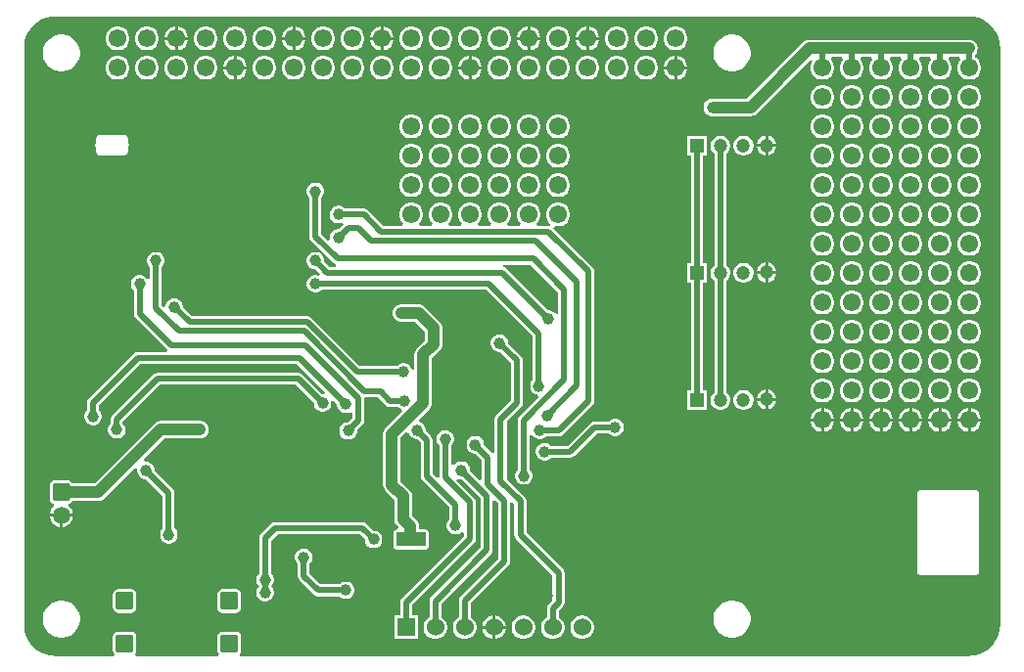
<source format=gbl>
G04*
G04 #@! TF.GenerationSoftware,Altium Limited,CircuitMaker,2.2.1 (2.2.1.6)*
G04*
G04 Layer_Physical_Order=2*
G04 Layer_Color=11436288*
%FSLAX44Y44*%
%MOMM*%
G71*
G04*
G04 #@! TF.SameCoordinates,4DC394B6-E11D-4AB0-B304-EE3890279FAF*
G04*
G04*
G04 #@! TF.FilePolarity,Positive*
G04*
G01*
G75*
%ADD71C,1.0000*%
%ADD72C,0.5000*%
%ADD77R,1.3000X1.0000*%
%ADD94C,1.5500*%
G04:AMPARAMS|DCode=95|XSize=1.524mm|YSize=1.524mm|CornerRadius=0.1905mm|HoleSize=0mm|Usage=FLASHONLY|Rotation=0.000|XOffset=0mm|YOffset=0mm|HoleType=Round|Shape=RoundedRectangle|*
%AMROUNDEDRECTD95*
21,1,1.5240,1.1430,0,0,0.0*
21,1,1.1430,1.5240,0,0,0.0*
1,1,0.3810,0.5715,-0.5715*
1,1,0.3810,-0.5715,-0.5715*
1,1,0.3810,-0.5715,0.5715*
1,1,0.3810,0.5715,0.5715*
%
%ADD95ROUNDEDRECTD95*%
%ADD96C,1.5240*%
%ADD97R,1.5240X1.5240*%
%ADD98R,1.2000X1.2000*%
%ADD99C,1.2000*%
%ADD100C,1.5000*%
G04:AMPARAMS|DCode=101|XSize=1.5mm|YSize=1.5mm|CornerRadius=0.1875mm|HoleSize=0mm|Usage=FLASHONLY|Rotation=90.000|XOffset=0mm|YOffset=0mm|HoleType=Round|Shape=RoundedRectangle|*
%AMROUNDEDRECTD101*
21,1,1.5000,1.1250,0,0,90.0*
21,1,1.1250,1.5000,0,0,90.0*
1,1,0.3750,0.5625,0.5625*
1,1,0.3750,0.5625,-0.5625*
1,1,0.3750,-0.5625,-0.5625*
1,1,0.3750,-0.5625,0.5625*
%
%ADD101ROUNDEDRECTD101*%
%ADD102C,1.0000*%
%ADD103C,0.6800*%
%ADD104R,2.5000X1.2000*%
G36*
X824211Y556585D02*
X828317Y555599D01*
X832220Y553982D01*
X835821Y551776D01*
X839033Y549033D01*
X841776Y545821D01*
X843982Y542220D01*
X845599Y538317D01*
X846585Y534211D01*
X846763Y531943D01*
X846900Y530000D01*
X846900Y530000D01*
X846900Y528033D01*
Y30000D01*
X846912Y29944D01*
X846585Y25789D01*
X845599Y21683D01*
X843982Y17780D01*
X841776Y14179D01*
X839033Y10968D01*
X835821Y8224D01*
X832220Y6018D01*
X828317Y4401D01*
X824211Y3415D01*
X821943Y3237D01*
X820000Y3100D01*
X820000Y3100D01*
X818033Y3100D01*
X189780D01*
X189190Y4791D01*
X189133Y5100D01*
X190082Y6521D01*
X190427Y8255D01*
Y19685D01*
X190082Y21419D01*
X189100Y22890D01*
X187629Y23872D01*
X185895Y24217D01*
X174465D01*
X172731Y23872D01*
X171260Y22890D01*
X170278Y21419D01*
X169933Y19685D01*
Y8255D01*
X170278Y6521D01*
X171227Y5100D01*
X171170Y4791D01*
X170580Y3100D01*
X99420D01*
X98830Y4791D01*
X98773Y5100D01*
X99722Y6521D01*
X100067Y8255D01*
Y19685D01*
X99722Y21419D01*
X98740Y22890D01*
X97269Y23872D01*
X95535Y24217D01*
X84105D01*
X82371Y23872D01*
X80900Y22890D01*
X79918Y21419D01*
X79573Y19685D01*
Y8255D01*
X79918Y6521D01*
X80868Y5100D01*
X80810Y4791D01*
X80220Y3100D01*
X32000D01*
X31967Y3100D01*
X30000Y3100D01*
X28057Y3237D01*
X25789Y3415D01*
X21683Y4401D01*
X17780Y6018D01*
X14179Y8224D01*
X10968Y10968D01*
X8224Y14179D01*
X6018Y17780D01*
X4401Y21683D01*
X3415Y25789D01*
X3237Y28057D01*
X3100Y30000D01*
X3100Y30000D01*
X3100Y31967D01*
Y530000D01*
X3088Y530056D01*
X3415Y534211D01*
X4401Y538317D01*
X6018Y542220D01*
X8224Y545821D01*
X10968Y549033D01*
X14179Y551776D01*
X17780Y553982D01*
X21683Y555599D01*
X25789Y556585D01*
X28057Y556763D01*
X30000Y556900D01*
Y556900D01*
X31967Y556900D01*
X820000D01*
X820056Y556912D01*
X824211Y556585D01*
D02*
G37*
%LPC*%
G36*
X491455Y547990D02*
X491370D01*
Y538970D01*
X500390D01*
Y539055D01*
X499689Y541672D01*
X498334Y544018D01*
X496418Y545934D01*
X494072Y547289D01*
X491455Y547990D01*
D02*
G37*
G36*
X488830D02*
X488745D01*
X486128Y547289D01*
X483782Y545934D01*
X481866Y544018D01*
X480511Y541672D01*
X479810Y539055D01*
Y538970D01*
X488830D01*
Y547990D01*
D02*
G37*
G36*
X440655D02*
X440570D01*
Y538970D01*
X449590D01*
Y539055D01*
X448889Y541672D01*
X447534Y544018D01*
X445618Y545934D01*
X443272Y547289D01*
X440655Y547990D01*
D02*
G37*
G36*
X438030D02*
X437945D01*
X435328Y547289D01*
X432982Y545934D01*
X431066Y544018D01*
X429711Y541672D01*
X429010Y539055D01*
Y538970D01*
X438030D01*
Y547990D01*
D02*
G37*
G36*
X313655D02*
X313570D01*
Y538970D01*
X322590D01*
Y539055D01*
X321889Y541672D01*
X320534Y544018D01*
X318618Y545934D01*
X316272Y547289D01*
X313655Y547990D01*
D02*
G37*
G36*
X311030D02*
X310945D01*
X308328Y547289D01*
X305982Y545934D01*
X304066Y544018D01*
X302711Y541672D01*
X302010Y539055D01*
Y538970D01*
X311030D01*
Y547990D01*
D02*
G37*
G36*
X237455D02*
X237370D01*
Y538970D01*
X246390D01*
Y539055D01*
X245689Y541672D01*
X244334Y544018D01*
X242418Y545934D01*
X240072Y547289D01*
X237455Y547990D01*
D02*
G37*
G36*
X234830D02*
X234745D01*
X232128Y547289D01*
X229782Y545934D01*
X227866Y544018D01*
X226511Y541672D01*
X225810Y539055D01*
Y538970D01*
X234830D01*
Y547990D01*
D02*
G37*
G36*
X135855D02*
X135770D01*
Y538970D01*
X144790D01*
Y539055D01*
X144089Y541672D01*
X142734Y544018D01*
X140818Y545934D01*
X138472Y547289D01*
X135855Y547990D01*
D02*
G37*
G36*
X133230D02*
X133145D01*
X130528Y547289D01*
X128182Y545934D01*
X126266Y544018D01*
X124911Y541672D01*
X124210Y539055D01*
Y538970D01*
X133230D01*
Y547990D01*
D02*
G37*
G36*
X567655D02*
X564945D01*
X562328Y547289D01*
X559982Y545934D01*
X558066Y544018D01*
X556711Y541672D01*
X556010Y539055D01*
Y536345D01*
X556711Y533728D01*
X558066Y531382D01*
X559982Y529466D01*
X562328Y528111D01*
X564945Y527410D01*
X567655D01*
X570272Y528111D01*
X572618Y529466D01*
X574534Y531382D01*
X575889Y533728D01*
X576590Y536345D01*
Y539055D01*
X575889Y541672D01*
X574534Y544018D01*
X572618Y545934D01*
X570272Y547289D01*
X567655Y547990D01*
D02*
G37*
G36*
X542255D02*
X539545D01*
X536928Y547289D01*
X534582Y545934D01*
X532666Y544018D01*
X531311Y541672D01*
X530610Y539055D01*
Y536345D01*
X531311Y533728D01*
X532666Y531382D01*
X534582Y529466D01*
X536928Y528111D01*
X539545Y527410D01*
X542255D01*
X544872Y528111D01*
X547218Y529466D01*
X549134Y531382D01*
X550489Y533728D01*
X551190Y536345D01*
Y539055D01*
X550489Y541672D01*
X549134Y544018D01*
X547218Y545934D01*
X544872Y547289D01*
X542255Y547990D01*
D02*
G37*
G36*
X516855D02*
X514145D01*
X511528Y547289D01*
X509182Y545934D01*
X507266Y544018D01*
X505911Y541672D01*
X505210Y539055D01*
Y536345D01*
X505911Y533728D01*
X507266Y531382D01*
X509182Y529466D01*
X511528Y528111D01*
X514145Y527410D01*
X516855D01*
X519472Y528111D01*
X521818Y529466D01*
X523734Y531382D01*
X525089Y533728D01*
X525790Y536345D01*
Y539055D01*
X525089Y541672D01*
X523734Y544018D01*
X521818Y545934D01*
X519472Y547289D01*
X516855Y547990D01*
D02*
G37*
G36*
X500390Y536430D02*
X491370D01*
Y527410D01*
X491455D01*
X494072Y528111D01*
X496418Y529466D01*
X498334Y531382D01*
X499689Y533728D01*
X500390Y536345D01*
Y536430D01*
D02*
G37*
G36*
X488830D02*
X479810D01*
Y536345D01*
X480511Y533728D01*
X481866Y531382D01*
X483782Y529466D01*
X486128Y528111D01*
X488745Y527410D01*
X488830D01*
Y536430D01*
D02*
G37*
G36*
X466055Y547990D02*
X463345D01*
X460728Y547289D01*
X458382Y545934D01*
X456466Y544018D01*
X455111Y541672D01*
X454410Y539055D01*
Y536345D01*
X455111Y533728D01*
X456466Y531382D01*
X458382Y529466D01*
X460728Y528111D01*
X463345Y527410D01*
X466055D01*
X468672Y528111D01*
X471018Y529466D01*
X472934Y531382D01*
X474289Y533728D01*
X474990Y536345D01*
Y539055D01*
X474289Y541672D01*
X472934Y544018D01*
X471018Y545934D01*
X468672Y547289D01*
X466055Y547990D01*
D02*
G37*
G36*
X449590Y536430D02*
X440570D01*
Y527410D01*
X440655D01*
X443272Y528111D01*
X445618Y529466D01*
X447534Y531382D01*
X448889Y533728D01*
X449590Y536345D01*
Y536430D01*
D02*
G37*
G36*
X438030D02*
X429010D01*
Y536345D01*
X429711Y533728D01*
X431066Y531382D01*
X432982Y529466D01*
X435328Y528111D01*
X437945Y527410D01*
X438030D01*
Y536430D01*
D02*
G37*
G36*
X415255Y547990D02*
X412545D01*
X409928Y547289D01*
X407582Y545934D01*
X405666Y544018D01*
X404311Y541672D01*
X403610Y539055D01*
Y536345D01*
X404311Y533728D01*
X405666Y531382D01*
X407582Y529466D01*
X409928Y528111D01*
X412545Y527410D01*
X415255D01*
X417872Y528111D01*
X420218Y529466D01*
X422134Y531382D01*
X423489Y533728D01*
X424190Y536345D01*
Y539055D01*
X423489Y541672D01*
X422134Y544018D01*
X420218Y545934D01*
X417872Y547289D01*
X415255Y547990D01*
D02*
G37*
G36*
X389855D02*
X387145D01*
X384528Y547289D01*
X382182Y545934D01*
X380266Y544018D01*
X378911Y541672D01*
X378210Y539055D01*
Y536345D01*
X378911Y533728D01*
X380266Y531382D01*
X382182Y529466D01*
X384528Y528111D01*
X387145Y527410D01*
X389855D01*
X392472Y528111D01*
X394818Y529466D01*
X396734Y531382D01*
X398089Y533728D01*
X398790Y536345D01*
Y539055D01*
X398089Y541672D01*
X396734Y544018D01*
X394818Y545934D01*
X392472Y547289D01*
X389855Y547990D01*
D02*
G37*
G36*
X364455D02*
X361745D01*
X359128Y547289D01*
X356782Y545934D01*
X354866Y544018D01*
X353511Y541672D01*
X352810Y539055D01*
Y536345D01*
X353511Y533728D01*
X354866Y531382D01*
X356782Y529466D01*
X359128Y528111D01*
X361745Y527410D01*
X364455D01*
X367072Y528111D01*
X369418Y529466D01*
X371334Y531382D01*
X372689Y533728D01*
X373390Y536345D01*
Y539055D01*
X372689Y541672D01*
X371334Y544018D01*
X369418Y545934D01*
X367072Y547289D01*
X364455Y547990D01*
D02*
G37*
G36*
X339055D02*
X336345D01*
X333728Y547289D01*
X331382Y545934D01*
X329466Y544018D01*
X328111Y541672D01*
X327410Y539055D01*
Y536345D01*
X328111Y533728D01*
X329466Y531382D01*
X331382Y529466D01*
X333728Y528111D01*
X336345Y527410D01*
X339055D01*
X341672Y528111D01*
X344018Y529466D01*
X345934Y531382D01*
X347289Y533728D01*
X347990Y536345D01*
Y539055D01*
X347289Y541672D01*
X345934Y544018D01*
X344018Y545934D01*
X341672Y547289D01*
X339055Y547990D01*
D02*
G37*
G36*
X322590Y536430D02*
X313570D01*
Y527410D01*
X313655D01*
X316272Y528111D01*
X318618Y529466D01*
X320534Y531382D01*
X321889Y533728D01*
X322590Y536345D01*
Y536430D01*
D02*
G37*
G36*
X311030D02*
X302010D01*
Y536345D01*
X302711Y533728D01*
X304066Y531382D01*
X305982Y529466D01*
X308328Y528111D01*
X310945Y527410D01*
X311030D01*
Y536430D01*
D02*
G37*
G36*
X288255Y547990D02*
X285545D01*
X282928Y547289D01*
X280582Y545934D01*
X278666Y544018D01*
X277311Y541672D01*
X276610Y539055D01*
Y536345D01*
X277311Y533728D01*
X278666Y531382D01*
X280582Y529466D01*
X282928Y528111D01*
X285545Y527410D01*
X288255D01*
X290872Y528111D01*
X293218Y529466D01*
X295134Y531382D01*
X296489Y533728D01*
X297190Y536345D01*
Y539055D01*
X296489Y541672D01*
X295134Y544018D01*
X293218Y545934D01*
X290872Y547289D01*
X288255Y547990D01*
D02*
G37*
G36*
X262855D02*
X260145D01*
X257528Y547289D01*
X255182Y545934D01*
X253266Y544018D01*
X251911Y541672D01*
X251210Y539055D01*
Y536345D01*
X251911Y533728D01*
X253266Y531382D01*
X255182Y529466D01*
X257528Y528111D01*
X260145Y527410D01*
X262855D01*
X265472Y528111D01*
X267818Y529466D01*
X269734Y531382D01*
X271089Y533728D01*
X271790Y536345D01*
Y539055D01*
X271089Y541672D01*
X269734Y544018D01*
X267818Y545934D01*
X265472Y547289D01*
X262855Y547990D01*
D02*
G37*
G36*
X246390Y536430D02*
X237370D01*
Y527410D01*
X237455D01*
X240072Y528111D01*
X242418Y529466D01*
X244334Y531382D01*
X245689Y533728D01*
X246390Y536345D01*
Y536430D01*
D02*
G37*
G36*
X234830D02*
X225810D01*
Y536345D01*
X226511Y533728D01*
X227866Y531382D01*
X229782Y529466D01*
X232128Y528111D01*
X234745Y527410D01*
X234830D01*
Y536430D01*
D02*
G37*
G36*
X212055Y547990D02*
X209345D01*
X206728Y547289D01*
X204382Y545934D01*
X202466Y544018D01*
X201111Y541672D01*
X200410Y539055D01*
Y536345D01*
X201111Y533728D01*
X202466Y531382D01*
X204382Y529466D01*
X206728Y528111D01*
X209345Y527410D01*
X212055D01*
X214672Y528111D01*
X217018Y529466D01*
X218934Y531382D01*
X220289Y533728D01*
X220990Y536345D01*
Y539055D01*
X220289Y541672D01*
X218934Y544018D01*
X217018Y545934D01*
X214672Y547289D01*
X212055Y547990D01*
D02*
G37*
G36*
X186655D02*
X183945D01*
X181328Y547289D01*
X178982Y545934D01*
X177066Y544018D01*
X175711Y541672D01*
X175010Y539055D01*
Y536345D01*
X175711Y533728D01*
X177066Y531382D01*
X178982Y529466D01*
X181328Y528111D01*
X183945Y527410D01*
X186655D01*
X189272Y528111D01*
X191618Y529466D01*
X193534Y531382D01*
X194889Y533728D01*
X195590Y536345D01*
Y539055D01*
X194889Y541672D01*
X193534Y544018D01*
X191618Y545934D01*
X189272Y547289D01*
X186655Y547990D01*
D02*
G37*
G36*
X161255D02*
X158545D01*
X155928Y547289D01*
X153582Y545934D01*
X151666Y544018D01*
X150311Y541672D01*
X149610Y539055D01*
Y536345D01*
X150311Y533728D01*
X151666Y531382D01*
X153582Y529466D01*
X155928Y528111D01*
X158545Y527410D01*
X161255D01*
X163872Y528111D01*
X166218Y529466D01*
X168134Y531382D01*
X169489Y533728D01*
X170190Y536345D01*
Y539055D01*
X169489Y541672D01*
X168134Y544018D01*
X166218Y545934D01*
X163872Y547289D01*
X161255Y547990D01*
D02*
G37*
G36*
X144790Y536430D02*
X135770D01*
Y527410D01*
X135855D01*
X138472Y528111D01*
X140818Y529466D01*
X142734Y531382D01*
X144089Y533728D01*
X144790Y536345D01*
Y536430D01*
D02*
G37*
G36*
X133230D02*
X124210D01*
Y536345D01*
X124911Y533728D01*
X126266Y531382D01*
X128182Y529466D01*
X130528Y528111D01*
X133145Y527410D01*
X133230D01*
Y536430D01*
D02*
G37*
G36*
X110455Y547990D02*
X107745D01*
X105128Y547289D01*
X102782Y545934D01*
X100866Y544018D01*
X99511Y541672D01*
X98810Y539055D01*
Y536345D01*
X99511Y533728D01*
X100866Y531382D01*
X102782Y529466D01*
X105128Y528111D01*
X107745Y527410D01*
X110455D01*
X113072Y528111D01*
X115418Y529466D01*
X117334Y531382D01*
X118689Y533728D01*
X119390Y536345D01*
Y539055D01*
X118689Y541672D01*
X117334Y544018D01*
X115418Y545934D01*
X113072Y547289D01*
X110455Y547990D01*
D02*
G37*
G36*
X85055D02*
X82345D01*
X79728Y547289D01*
X77382Y545934D01*
X75466Y544018D01*
X74111Y541672D01*
X73410Y539055D01*
Y536345D01*
X74111Y533728D01*
X75466Y531382D01*
X77382Y529466D01*
X79728Y528111D01*
X82345Y527410D01*
X85055D01*
X87672Y528111D01*
X90018Y529466D01*
X91934Y531382D01*
X93289Y533728D01*
X93990Y536345D01*
Y539055D01*
X93289Y541672D01*
X91934Y544018D01*
X90018Y545934D01*
X87672Y547289D01*
X85055Y547990D01*
D02*
G37*
G36*
X567655Y522590D02*
X567570D01*
Y513570D01*
X576590D01*
Y513655D01*
X575889Y516272D01*
X574534Y518618D01*
X572618Y520534D01*
X570272Y521889D01*
X567655Y522590D01*
D02*
G37*
G36*
X565030D02*
X564945D01*
X562328Y521889D01*
X559982Y520534D01*
X558066Y518618D01*
X556711Y516272D01*
X556010Y513655D01*
Y513570D01*
X565030D01*
Y522590D01*
D02*
G37*
G36*
X389855D02*
X389770D01*
Y513570D01*
X398790D01*
Y513655D01*
X398089Y516272D01*
X396734Y518618D01*
X394818Y520534D01*
X392472Y521889D01*
X389855Y522590D01*
D02*
G37*
G36*
X387230D02*
X387145D01*
X384528Y521889D01*
X382182Y520534D01*
X380266Y518618D01*
X378911Y516272D01*
X378210Y513655D01*
Y513570D01*
X387230D01*
Y522590D01*
D02*
G37*
G36*
X186655D02*
X186570D01*
Y513570D01*
X195590D01*
Y513655D01*
X194889Y516272D01*
X193534Y518618D01*
X191618Y520534D01*
X189272Y521889D01*
X186655Y522590D01*
D02*
G37*
G36*
X184030D02*
X183945D01*
X181328Y521889D01*
X178982Y520534D01*
X177066Y518618D01*
X175711Y516272D01*
X175010Y513655D01*
Y513570D01*
X184030D01*
Y522590D01*
D02*
G37*
G36*
X616580Y541040D02*
X613420D01*
X610321Y540424D01*
X607402Y539215D01*
X604775Y537459D01*
X602541Y535225D01*
X600785Y532598D01*
X599576Y529679D01*
X598960Y526580D01*
Y523420D01*
X599576Y520321D01*
X600785Y517402D01*
X602541Y514775D01*
X604775Y512541D01*
X607402Y510785D01*
X610321Y509576D01*
X613420Y508960D01*
X616580D01*
X619679Y509576D01*
X622598Y510785D01*
X625225Y512541D01*
X627459Y514775D01*
X629215Y517402D01*
X630424Y520321D01*
X631040Y523420D01*
Y526580D01*
X630424Y529679D01*
X629215Y532598D01*
X627459Y535225D01*
X625225Y537459D01*
X622598Y539215D01*
X619679Y540424D01*
X616580Y541040D01*
D02*
G37*
G36*
X36580D02*
X33420D01*
X30321Y540424D01*
X27402Y539215D01*
X24775Y537459D01*
X22541Y535225D01*
X20786Y532598D01*
X19576Y529679D01*
X18960Y526580D01*
Y523420D01*
X19576Y520321D01*
X20786Y517402D01*
X22541Y514775D01*
X24775Y512541D01*
X27402Y510785D01*
X30321Y509576D01*
X33420Y508960D01*
X36580D01*
X39679Y509576D01*
X42598Y510785D01*
X45225Y512541D01*
X47459Y514775D01*
X49215Y517402D01*
X50424Y520321D01*
X51040Y523420D01*
Y526580D01*
X50424Y529679D01*
X49215Y532598D01*
X47459Y535225D01*
X45225Y537459D01*
X42598Y539215D01*
X39679Y540424D01*
X36580Y541040D01*
D02*
G37*
G36*
X820000Y536605D02*
X682000D01*
X680032Y536346D01*
X678197Y535586D01*
X676622Y534378D01*
X627850Y485605D01*
X611000D01*
X610884Y485590D01*
X598000D01*
X597750Y485540D01*
X597007D01*
X595090Y485026D01*
X593370Y484034D01*
X591967Y482630D01*
X590974Y480910D01*
X590460Y478993D01*
Y477007D01*
X590974Y475090D01*
X591967Y473370D01*
X593370Y471967D01*
X595090Y470974D01*
X597007Y470460D01*
X597750D01*
X598000Y470410D01*
X610884D01*
X611000Y470395D01*
X631000D01*
X632968Y470654D01*
X634803Y471414D01*
X636378Y472622D01*
X683280Y519525D01*
X684880Y518297D01*
X683711Y516272D01*
X683010Y513655D01*
Y510945D01*
X683711Y508328D01*
X685066Y505982D01*
X686982Y504066D01*
X689328Y502711D01*
X691945Y502010D01*
X694655D01*
X697272Y502711D01*
X699618Y504066D01*
X701534Y505982D01*
X702889Y508328D01*
X703590Y510945D01*
Y513655D01*
X702889Y516272D01*
X701534Y518618D01*
X700757Y519395D01*
X701586Y521395D01*
X710414D01*
X711243Y519395D01*
X710466Y518618D01*
X709111Y516272D01*
X708410Y513655D01*
Y510945D01*
X709111Y508328D01*
X710466Y505982D01*
X712382Y504066D01*
X714728Y502711D01*
X717345Y502010D01*
X720055D01*
X722672Y502711D01*
X725018Y504066D01*
X726934Y505982D01*
X728289Y508328D01*
X728990Y510945D01*
Y513655D01*
X728289Y516272D01*
X726934Y518618D01*
X726157Y519395D01*
X726986Y521395D01*
X735814D01*
X736643Y519395D01*
X735866Y518618D01*
X734511Y516272D01*
X733810Y513655D01*
Y510945D01*
X734511Y508328D01*
X735866Y505982D01*
X737782Y504066D01*
X740128Y502711D01*
X742745Y502010D01*
X745455D01*
X748072Y502711D01*
X750418Y504066D01*
X752334Y505982D01*
X753689Y508328D01*
X754390Y510945D01*
Y513655D01*
X753689Y516272D01*
X752334Y518618D01*
X751557Y519395D01*
X752386Y521395D01*
X761214D01*
X762043Y519395D01*
X761266Y518618D01*
X759911Y516272D01*
X759210Y513655D01*
Y510945D01*
X759911Y508328D01*
X761266Y505982D01*
X763182Y504066D01*
X765528Y502711D01*
X768145Y502010D01*
X770855D01*
X773472Y502711D01*
X775818Y504066D01*
X777734Y505982D01*
X779089Y508328D01*
X779790Y510945D01*
Y513655D01*
X779089Y516272D01*
X777734Y518618D01*
X776957Y519395D01*
X777786Y521395D01*
X786614D01*
X787443Y519395D01*
X786666Y518618D01*
X785311Y516272D01*
X784610Y513655D01*
Y510945D01*
X785311Y508328D01*
X786666Y505982D01*
X788582Y504066D01*
X790928Y502711D01*
X793545Y502010D01*
X796255D01*
X798872Y502711D01*
X801218Y504066D01*
X803134Y505982D01*
X804489Y508328D01*
X805190Y510945D01*
Y513655D01*
X804489Y516272D01*
X803134Y518618D01*
X802357Y519395D01*
X803186Y521395D01*
X812014D01*
X812843Y519395D01*
X812066Y518618D01*
X810711Y516272D01*
X810010Y513655D01*
Y510945D01*
X810711Y508328D01*
X812066Y505982D01*
X813982Y504066D01*
X816328Y502711D01*
X818945Y502010D01*
X821655D01*
X824272Y502711D01*
X826618Y504066D01*
X828534Y505982D01*
X829889Y508328D01*
X830590Y510945D01*
Y513655D01*
X829889Y516272D01*
X828534Y518618D01*
X826618Y520534D01*
X825439Y521215D01*
Y523702D01*
X826586Y525197D01*
X827346Y527032D01*
X827605Y529000D01*
X827346Y530968D01*
X826586Y532803D01*
X825378Y534378D01*
X823802Y535586D01*
X821968Y536346D01*
X820000Y536605D01*
D02*
G37*
G36*
X576590Y511030D02*
X567570D01*
Y502010D01*
X567655D01*
X570272Y502711D01*
X572618Y504066D01*
X574534Y505982D01*
X575889Y508328D01*
X576590Y510945D01*
Y511030D01*
D02*
G37*
G36*
X565030D02*
X556010D01*
Y510945D01*
X556711Y508328D01*
X558066Y505982D01*
X559982Y504066D01*
X562328Y502711D01*
X564945Y502010D01*
X565030D01*
Y511030D01*
D02*
G37*
G36*
X542255Y522590D02*
X539545D01*
X536928Y521889D01*
X534582Y520534D01*
X532666Y518618D01*
X531311Y516272D01*
X530610Y513655D01*
Y510945D01*
X531311Y508328D01*
X532666Y505982D01*
X534582Y504066D01*
X536928Y502711D01*
X539545Y502010D01*
X542255D01*
X544872Y502711D01*
X547218Y504066D01*
X549134Y505982D01*
X550489Y508328D01*
X551190Y510945D01*
Y513655D01*
X550489Y516272D01*
X549134Y518618D01*
X547218Y520534D01*
X544872Y521889D01*
X542255Y522590D01*
D02*
G37*
G36*
X516855D02*
X514145D01*
X511528Y521889D01*
X509182Y520534D01*
X507266Y518618D01*
X505911Y516272D01*
X505210Y513655D01*
Y510945D01*
X505911Y508328D01*
X507266Y505982D01*
X509182Y504066D01*
X511528Y502711D01*
X514145Y502010D01*
X516855D01*
X519472Y502711D01*
X521818Y504066D01*
X523734Y505982D01*
X525089Y508328D01*
X525790Y510945D01*
Y513655D01*
X525089Y516272D01*
X523734Y518618D01*
X521818Y520534D01*
X519472Y521889D01*
X516855Y522590D01*
D02*
G37*
G36*
X491455D02*
X488745D01*
X486128Y521889D01*
X483782Y520534D01*
X481866Y518618D01*
X480511Y516272D01*
X479810Y513655D01*
Y510945D01*
X480511Y508328D01*
X481866Y505982D01*
X483782Y504066D01*
X486128Y502711D01*
X488745Y502010D01*
X491455D01*
X494072Y502711D01*
X496418Y504066D01*
X498334Y505982D01*
X499689Y508328D01*
X500390Y510945D01*
Y513655D01*
X499689Y516272D01*
X498334Y518618D01*
X496418Y520534D01*
X494072Y521889D01*
X491455Y522590D01*
D02*
G37*
G36*
X466055D02*
X463345D01*
X460728Y521889D01*
X458382Y520534D01*
X456466Y518618D01*
X455111Y516272D01*
X454410Y513655D01*
Y510945D01*
X455111Y508328D01*
X456466Y505982D01*
X458382Y504066D01*
X460728Y502711D01*
X463345Y502010D01*
X466055D01*
X468672Y502711D01*
X471018Y504066D01*
X472934Y505982D01*
X474289Y508328D01*
X474990Y510945D01*
Y513655D01*
X474289Y516272D01*
X472934Y518618D01*
X471018Y520534D01*
X468672Y521889D01*
X466055Y522590D01*
D02*
G37*
G36*
X440655D02*
X437945D01*
X435328Y521889D01*
X432982Y520534D01*
X431066Y518618D01*
X429711Y516272D01*
X429010Y513655D01*
Y510945D01*
X429711Y508328D01*
X431066Y505982D01*
X432982Y504066D01*
X435328Y502711D01*
X437945Y502010D01*
X440655D01*
X443272Y502711D01*
X445618Y504066D01*
X447534Y505982D01*
X448889Y508328D01*
X449590Y510945D01*
Y513655D01*
X448889Y516272D01*
X447534Y518618D01*
X445618Y520534D01*
X443272Y521889D01*
X440655Y522590D01*
D02*
G37*
G36*
X415255D02*
X412545D01*
X409928Y521889D01*
X407582Y520534D01*
X405666Y518618D01*
X404311Y516272D01*
X403610Y513655D01*
Y510945D01*
X404311Y508328D01*
X405666Y505982D01*
X407582Y504066D01*
X409928Y502711D01*
X412545Y502010D01*
X415255D01*
X417872Y502711D01*
X420218Y504066D01*
X422134Y505982D01*
X423489Y508328D01*
X424190Y510945D01*
Y513655D01*
X423489Y516272D01*
X422134Y518618D01*
X420218Y520534D01*
X417872Y521889D01*
X415255Y522590D01*
D02*
G37*
G36*
X398790Y511030D02*
X389770D01*
Y502010D01*
X389855D01*
X392472Y502711D01*
X394818Y504066D01*
X396734Y505982D01*
X398089Y508328D01*
X398790Y510945D01*
Y511030D01*
D02*
G37*
G36*
X387230D02*
X378210D01*
Y510945D01*
X378911Y508328D01*
X380266Y505982D01*
X382182Y504066D01*
X384528Y502711D01*
X387145Y502010D01*
X387230D01*
Y511030D01*
D02*
G37*
G36*
X364455Y522590D02*
X361745D01*
X359128Y521889D01*
X356782Y520534D01*
X354866Y518618D01*
X353511Y516272D01*
X352810Y513655D01*
Y510945D01*
X353511Y508328D01*
X354866Y505982D01*
X356782Y504066D01*
X359128Y502711D01*
X361745Y502010D01*
X364455D01*
X367072Y502711D01*
X369418Y504066D01*
X371334Y505982D01*
X372689Y508328D01*
X373390Y510945D01*
Y513655D01*
X372689Y516272D01*
X371334Y518618D01*
X369418Y520534D01*
X367072Y521889D01*
X364455Y522590D01*
D02*
G37*
G36*
X339055D02*
X336345D01*
X333728Y521889D01*
X331382Y520534D01*
X329466Y518618D01*
X328111Y516272D01*
X327410Y513655D01*
Y510945D01*
X328111Y508328D01*
X329466Y505982D01*
X331382Y504066D01*
X333728Y502711D01*
X336345Y502010D01*
X339055D01*
X341672Y502711D01*
X344018Y504066D01*
X345934Y505982D01*
X347289Y508328D01*
X347990Y510945D01*
Y513655D01*
X347289Y516272D01*
X345934Y518618D01*
X344018Y520534D01*
X341672Y521889D01*
X339055Y522590D01*
D02*
G37*
G36*
X313655D02*
X310945D01*
X308328Y521889D01*
X305982Y520534D01*
X304066Y518618D01*
X302711Y516272D01*
X302010Y513655D01*
Y510945D01*
X302711Y508328D01*
X304066Y505982D01*
X305982Y504066D01*
X308328Y502711D01*
X310945Y502010D01*
X313655D01*
X316272Y502711D01*
X318618Y504066D01*
X320534Y505982D01*
X321889Y508328D01*
X322590Y510945D01*
Y513655D01*
X321889Y516272D01*
X320534Y518618D01*
X318618Y520534D01*
X316272Y521889D01*
X313655Y522590D01*
D02*
G37*
G36*
X288255D02*
X285545D01*
X282928Y521889D01*
X280582Y520534D01*
X278666Y518618D01*
X277311Y516272D01*
X276610Y513655D01*
Y510945D01*
X277311Y508328D01*
X278666Y505982D01*
X280582Y504066D01*
X282928Y502711D01*
X285545Y502010D01*
X288255D01*
X290872Y502711D01*
X293218Y504066D01*
X295134Y505982D01*
X296489Y508328D01*
X297190Y510945D01*
Y513655D01*
X296489Y516272D01*
X295134Y518618D01*
X293218Y520534D01*
X290872Y521889D01*
X288255Y522590D01*
D02*
G37*
G36*
X262855D02*
X260145D01*
X257528Y521889D01*
X255182Y520534D01*
X253266Y518618D01*
X251911Y516272D01*
X251210Y513655D01*
Y510945D01*
X251911Y508328D01*
X253266Y505982D01*
X255182Y504066D01*
X257528Y502711D01*
X260145Y502010D01*
X262855D01*
X265472Y502711D01*
X267818Y504066D01*
X269734Y505982D01*
X271089Y508328D01*
X271790Y510945D01*
Y513655D01*
X271089Y516272D01*
X269734Y518618D01*
X267818Y520534D01*
X265472Y521889D01*
X262855Y522590D01*
D02*
G37*
G36*
X237455D02*
X234745D01*
X232128Y521889D01*
X229782Y520534D01*
X227866Y518618D01*
X226511Y516272D01*
X225810Y513655D01*
Y510945D01*
X226511Y508328D01*
X227866Y505982D01*
X229782Y504066D01*
X232128Y502711D01*
X234745Y502010D01*
X237455D01*
X240072Y502711D01*
X242418Y504066D01*
X244334Y505982D01*
X245689Y508328D01*
X246390Y510945D01*
Y513655D01*
X245689Y516272D01*
X244334Y518618D01*
X242418Y520534D01*
X240072Y521889D01*
X237455Y522590D01*
D02*
G37*
G36*
X212055D02*
X209345D01*
X206728Y521889D01*
X204382Y520534D01*
X202466Y518618D01*
X201111Y516272D01*
X200410Y513655D01*
Y510945D01*
X201111Y508328D01*
X202466Y505982D01*
X204382Y504066D01*
X206728Y502711D01*
X209345Y502010D01*
X212055D01*
X214672Y502711D01*
X217018Y504066D01*
X218934Y505982D01*
X220289Y508328D01*
X220990Y510945D01*
Y513655D01*
X220289Y516272D01*
X218934Y518618D01*
X217018Y520534D01*
X214672Y521889D01*
X212055Y522590D01*
D02*
G37*
G36*
X195590Y511030D02*
X186570D01*
Y502010D01*
X186655D01*
X189272Y502711D01*
X191618Y504066D01*
X193534Y505982D01*
X194889Y508328D01*
X195590Y510945D01*
Y511030D01*
D02*
G37*
G36*
X184030D02*
X175010D01*
Y510945D01*
X175711Y508328D01*
X177066Y505982D01*
X178982Y504066D01*
X181328Y502711D01*
X183945Y502010D01*
X184030D01*
Y511030D01*
D02*
G37*
G36*
X161255Y522590D02*
X158545D01*
X155928Y521889D01*
X153582Y520534D01*
X151666Y518618D01*
X150311Y516272D01*
X149610Y513655D01*
Y510945D01*
X150311Y508328D01*
X151666Y505982D01*
X153582Y504066D01*
X155928Y502711D01*
X158545Y502010D01*
X161255D01*
X163872Y502711D01*
X166218Y504066D01*
X168134Y505982D01*
X169489Y508328D01*
X170190Y510945D01*
Y513655D01*
X169489Y516272D01*
X168134Y518618D01*
X166218Y520534D01*
X163872Y521889D01*
X161255Y522590D01*
D02*
G37*
G36*
X135855D02*
X133145D01*
X130528Y521889D01*
X128182Y520534D01*
X126266Y518618D01*
X124911Y516272D01*
X124210Y513655D01*
Y510945D01*
X124911Y508328D01*
X126266Y505982D01*
X128182Y504066D01*
X130528Y502711D01*
X133145Y502010D01*
X135855D01*
X138472Y502711D01*
X140818Y504066D01*
X142734Y505982D01*
X144089Y508328D01*
X144790Y510945D01*
Y513655D01*
X144089Y516272D01*
X142734Y518618D01*
X140818Y520534D01*
X138472Y521889D01*
X135855Y522590D01*
D02*
G37*
G36*
X110455D02*
X107745D01*
X105128Y521889D01*
X102782Y520534D01*
X100866Y518618D01*
X99511Y516272D01*
X98810Y513655D01*
Y510945D01*
X99511Y508328D01*
X100866Y505982D01*
X102782Y504066D01*
X105128Y502711D01*
X107745Y502010D01*
X110455D01*
X113072Y502711D01*
X115418Y504066D01*
X117334Y505982D01*
X118689Y508328D01*
X119390Y510945D01*
Y513655D01*
X118689Y516272D01*
X117334Y518618D01*
X115418Y520534D01*
X113072Y521889D01*
X110455Y522590D01*
D02*
G37*
G36*
X85055D02*
X82345D01*
X79728Y521889D01*
X77382Y520534D01*
X75466Y518618D01*
X74111Y516272D01*
X73410Y513655D01*
Y510945D01*
X74111Y508328D01*
X75466Y505982D01*
X77382Y504066D01*
X79728Y502711D01*
X82345Y502010D01*
X85055D01*
X87672Y502711D01*
X90018Y504066D01*
X91934Y505982D01*
X93289Y508328D01*
X93990Y510945D01*
Y513655D01*
X93289Y516272D01*
X91934Y518618D01*
X90018Y520534D01*
X87672Y521889D01*
X85055Y522590D01*
D02*
G37*
G36*
X821655Y497190D02*
X818945D01*
X816328Y496489D01*
X813982Y495134D01*
X812066Y493218D01*
X810711Y490872D01*
X810010Y488255D01*
Y485545D01*
X810711Y482928D01*
X812066Y480582D01*
X813982Y478666D01*
X816328Y477311D01*
X818945Y476610D01*
X821655D01*
X824272Y477311D01*
X826618Y478666D01*
X828534Y480582D01*
X829889Y482928D01*
X830590Y485545D01*
Y488255D01*
X829889Y490872D01*
X828534Y493218D01*
X826618Y495134D01*
X824272Y496489D01*
X821655Y497190D01*
D02*
G37*
G36*
X796255D02*
X793545D01*
X790928Y496489D01*
X788582Y495134D01*
X786666Y493218D01*
X785311Y490872D01*
X784610Y488255D01*
Y485545D01*
X785311Y482928D01*
X786666Y480582D01*
X788582Y478666D01*
X790928Y477311D01*
X793545Y476610D01*
X796255D01*
X798872Y477311D01*
X801218Y478666D01*
X803134Y480582D01*
X804489Y482928D01*
X805190Y485545D01*
Y488255D01*
X804489Y490872D01*
X803134Y493218D01*
X801218Y495134D01*
X798872Y496489D01*
X796255Y497190D01*
D02*
G37*
G36*
X770855D02*
X768145D01*
X765528Y496489D01*
X763182Y495134D01*
X761266Y493218D01*
X759911Y490872D01*
X759210Y488255D01*
Y485545D01*
X759911Y482928D01*
X761266Y480582D01*
X763182Y478666D01*
X765528Y477311D01*
X768145Y476610D01*
X770855D01*
X773472Y477311D01*
X775818Y478666D01*
X777734Y480582D01*
X779089Y482928D01*
X779790Y485545D01*
Y488255D01*
X779089Y490872D01*
X777734Y493218D01*
X775818Y495134D01*
X773472Y496489D01*
X770855Y497190D01*
D02*
G37*
G36*
X745455D02*
X742745D01*
X740128Y496489D01*
X737782Y495134D01*
X735866Y493218D01*
X734511Y490872D01*
X733810Y488255D01*
Y485545D01*
X734511Y482928D01*
X735866Y480582D01*
X737782Y478666D01*
X740128Y477311D01*
X742745Y476610D01*
X745455D01*
X748072Y477311D01*
X750418Y478666D01*
X752334Y480582D01*
X753689Y482928D01*
X754390Y485545D01*
Y488255D01*
X753689Y490872D01*
X752334Y493218D01*
X750418Y495134D01*
X748072Y496489D01*
X745455Y497190D01*
D02*
G37*
G36*
X720055D02*
X717345D01*
X714728Y496489D01*
X712382Y495134D01*
X710466Y493218D01*
X709111Y490872D01*
X708410Y488255D01*
Y485545D01*
X709111Y482928D01*
X710466Y480582D01*
X712382Y478666D01*
X714728Y477311D01*
X717345Y476610D01*
X720055D01*
X722672Y477311D01*
X725018Y478666D01*
X726934Y480582D01*
X728289Y482928D01*
X728990Y485545D01*
Y488255D01*
X728289Y490872D01*
X726934Y493218D01*
X725018Y495134D01*
X722672Y496489D01*
X720055Y497190D01*
D02*
G37*
G36*
X694655D02*
X691945D01*
X689328Y496489D01*
X686982Y495134D01*
X685066Y493218D01*
X683711Y490872D01*
X683010Y488255D01*
Y485545D01*
X683711Y482928D01*
X685066Y480582D01*
X686982Y478666D01*
X689328Y477311D01*
X691945Y476610D01*
X694655D01*
X697272Y477311D01*
X699618Y478666D01*
X701534Y480582D01*
X702889Y482928D01*
X703590Y485545D01*
Y488255D01*
X702889Y490872D01*
X701534Y493218D01*
X699618Y495134D01*
X697272Y496489D01*
X694655Y497190D01*
D02*
G37*
G36*
X821655Y471790D02*
X818945D01*
X816328Y471089D01*
X813982Y469734D01*
X812066Y467818D01*
X810711Y465472D01*
X810010Y462855D01*
Y460145D01*
X810711Y457528D01*
X812066Y455182D01*
X813982Y453266D01*
X816328Y451911D01*
X818945Y451210D01*
X821655D01*
X824272Y451911D01*
X826618Y453266D01*
X828534Y455182D01*
X829889Y457528D01*
X830590Y460145D01*
Y462855D01*
X829889Y465472D01*
X828534Y467818D01*
X826618Y469734D01*
X824272Y471089D01*
X821655Y471790D01*
D02*
G37*
G36*
X796255D02*
X793545D01*
X790928Y471089D01*
X788582Y469734D01*
X786666Y467818D01*
X785311Y465472D01*
X784610Y462855D01*
Y460145D01*
X785311Y457528D01*
X786666Y455182D01*
X788582Y453266D01*
X790928Y451911D01*
X793545Y451210D01*
X796255D01*
X798872Y451911D01*
X801218Y453266D01*
X803134Y455182D01*
X804489Y457528D01*
X805190Y460145D01*
Y462855D01*
X804489Y465472D01*
X803134Y467818D01*
X801218Y469734D01*
X798872Y471089D01*
X796255Y471790D01*
D02*
G37*
G36*
X770855D02*
X768145D01*
X765528Y471089D01*
X763182Y469734D01*
X761266Y467818D01*
X759911Y465472D01*
X759210Y462855D01*
Y460145D01*
X759911Y457528D01*
X761266Y455182D01*
X763182Y453266D01*
X765528Y451911D01*
X768145Y451210D01*
X770855D01*
X773472Y451911D01*
X775818Y453266D01*
X777734Y455182D01*
X779089Y457528D01*
X779790Y460145D01*
Y462855D01*
X779089Y465472D01*
X777734Y467818D01*
X775818Y469734D01*
X773472Y471089D01*
X770855Y471790D01*
D02*
G37*
G36*
X745455D02*
X742745D01*
X740128Y471089D01*
X737782Y469734D01*
X735866Y467818D01*
X734511Y465472D01*
X733810Y462855D01*
Y460145D01*
X734511Y457528D01*
X735866Y455182D01*
X737782Y453266D01*
X740128Y451911D01*
X742745Y451210D01*
X745455D01*
X748072Y451911D01*
X750418Y453266D01*
X752334Y455182D01*
X753689Y457528D01*
X754390Y460145D01*
Y462855D01*
X753689Y465472D01*
X752334Y467818D01*
X750418Y469734D01*
X748072Y471089D01*
X745455Y471790D01*
D02*
G37*
G36*
X720055D02*
X717345D01*
X714728Y471089D01*
X712382Y469734D01*
X710466Y467818D01*
X709111Y465472D01*
X708410Y462855D01*
Y460145D01*
X709111Y457528D01*
X710466Y455182D01*
X712382Y453266D01*
X714728Y451911D01*
X717345Y451210D01*
X720055D01*
X722672Y451911D01*
X725018Y453266D01*
X726934Y455182D01*
X728289Y457528D01*
X728990Y460145D01*
Y462855D01*
X728289Y465472D01*
X726934Y467818D01*
X725018Y469734D01*
X722672Y471089D01*
X720055Y471790D01*
D02*
G37*
G36*
X694655D02*
X691945D01*
X689328Y471089D01*
X686982Y469734D01*
X685066Y467818D01*
X683711Y465472D01*
X683010Y462855D01*
Y460145D01*
X683711Y457528D01*
X685066Y455182D01*
X686982Y453266D01*
X689328Y451911D01*
X691945Y451210D01*
X694655D01*
X697272Y451911D01*
X699618Y453266D01*
X701534Y455182D01*
X702889Y457528D01*
X703590Y460145D01*
Y462855D01*
X702889Y465472D01*
X701534Y467818D01*
X699618Y469734D01*
X697272Y471089D01*
X694655Y471790D01*
D02*
G37*
G36*
X466055D02*
X463345D01*
X460728Y471089D01*
X458382Y469734D01*
X456466Y467818D01*
X455111Y465472D01*
X454410Y462855D01*
Y460145D01*
X455111Y457528D01*
X456466Y455182D01*
X458382Y453266D01*
X460728Y451911D01*
X463345Y451210D01*
X466055D01*
X468672Y451911D01*
X471018Y453266D01*
X472934Y455182D01*
X474289Y457528D01*
X474990Y460145D01*
Y462855D01*
X474289Y465472D01*
X472934Y467818D01*
X471018Y469734D01*
X468672Y471089D01*
X466055Y471790D01*
D02*
G37*
G36*
X440655D02*
X437945D01*
X435328Y471089D01*
X432982Y469734D01*
X431066Y467818D01*
X429711Y465472D01*
X429010Y462855D01*
Y460145D01*
X429711Y457528D01*
X431066Y455182D01*
X432982Y453266D01*
X435328Y451911D01*
X437945Y451210D01*
X440655D01*
X443272Y451911D01*
X445618Y453266D01*
X447534Y455182D01*
X448889Y457528D01*
X449590Y460145D01*
Y462855D01*
X448889Y465472D01*
X447534Y467818D01*
X445618Y469734D01*
X443272Y471089D01*
X440655Y471790D01*
D02*
G37*
G36*
X415255D02*
X412545D01*
X409928Y471089D01*
X407582Y469734D01*
X405666Y467818D01*
X404311Y465472D01*
X403610Y462855D01*
Y460145D01*
X404311Y457528D01*
X405666Y455182D01*
X407582Y453266D01*
X409928Y451911D01*
X412545Y451210D01*
X415255D01*
X417872Y451911D01*
X420218Y453266D01*
X422134Y455182D01*
X423489Y457528D01*
X424190Y460145D01*
Y462855D01*
X423489Y465472D01*
X422134Y467818D01*
X420218Y469734D01*
X417872Y471089D01*
X415255Y471790D01*
D02*
G37*
G36*
X389855D02*
X387145D01*
X384528Y471089D01*
X382182Y469734D01*
X380266Y467818D01*
X378911Y465472D01*
X378210Y462855D01*
Y460145D01*
X378911Y457528D01*
X380266Y455182D01*
X382182Y453266D01*
X384528Y451911D01*
X387145Y451210D01*
X389855D01*
X392472Y451911D01*
X394818Y453266D01*
X396734Y455182D01*
X398089Y457528D01*
X398790Y460145D01*
Y462855D01*
X398089Y465472D01*
X396734Y467818D01*
X394818Y469734D01*
X392472Y471089D01*
X389855Y471790D01*
D02*
G37*
G36*
X364455D02*
X361745D01*
X359128Y471089D01*
X356782Y469734D01*
X354866Y467818D01*
X353511Y465472D01*
X352810Y462855D01*
Y460145D01*
X353511Y457528D01*
X354866Y455182D01*
X356782Y453266D01*
X359128Y451911D01*
X361745Y451210D01*
X364455D01*
X367072Y451911D01*
X369418Y453266D01*
X371334Y455182D01*
X372689Y457528D01*
X373390Y460145D01*
Y462855D01*
X372689Y465472D01*
X371334Y467818D01*
X369418Y469734D01*
X367072Y471089D01*
X364455Y471790D01*
D02*
G37*
G36*
X339055D02*
X336345D01*
X333728Y471089D01*
X331382Y469734D01*
X329466Y467818D01*
X328111Y465472D01*
X327410Y462855D01*
Y460145D01*
X328111Y457528D01*
X329466Y455182D01*
X331382Y453266D01*
X333728Y451911D01*
X336345Y451210D01*
X339055D01*
X341672Y451911D01*
X344018Y453266D01*
X345934Y455182D01*
X347289Y457528D01*
X347990Y460145D01*
Y462855D01*
X347289Y465472D01*
X345934Y467818D01*
X344018Y469734D01*
X341672Y471089D01*
X339055Y471790D01*
D02*
G37*
G36*
X646270Y453628D02*
Y446397D01*
X653501D01*
X652958Y448423D01*
X651834Y450371D01*
X650244Y451961D01*
X648296Y453085D01*
X646270Y453628D01*
D02*
G37*
G36*
X643730D02*
X641704Y453085D01*
X639756Y451961D01*
X638166Y450371D01*
X637042Y448423D01*
X636499Y446397D01*
X643730D01*
Y453628D01*
D02*
G37*
G36*
X84900Y453914D02*
X72900D01*
X72719Y453890D01*
X67898D01*
X66907Y453693D01*
X66066Y453132D01*
X65505Y452291D01*
X65308Y451300D01*
Y449287D01*
X64580Y447530D01*
X64286Y445300D01*
X64580Y443071D01*
X65308Y441313D01*
Y439300D01*
X65505Y438309D01*
X66066Y437469D01*
X66907Y436908D01*
X67898Y436711D01*
X72717D01*
X72900Y436687D01*
X84900D01*
X85083Y436711D01*
X89898D01*
X90889Y436908D01*
X91729Y437469D01*
X92290Y438309D01*
X92487Y439300D01*
Y441302D01*
X93220Y443071D01*
X93514Y445300D01*
X93220Y447530D01*
X92487Y449299D01*
Y451300D01*
X92290Y452291D01*
X91729Y453132D01*
X90889Y453693D01*
X89898Y453890D01*
X85081D01*
X84900Y453914D01*
D02*
G37*
G36*
X653501Y443857D02*
X646270D01*
Y436626D01*
X648296Y437169D01*
X650244Y438293D01*
X651834Y439883D01*
X652958Y441831D01*
X653501Y443857D01*
D02*
G37*
G36*
X643730D02*
X636499D01*
X637042Y441831D01*
X638166Y439883D01*
X639756Y438293D01*
X641704Y437169D01*
X643730Y436626D01*
Y443857D01*
D02*
G37*
G36*
X626124Y453413D02*
X623876D01*
X621704Y452831D01*
X619756Y451707D01*
X618166Y450117D01*
X617042Y448169D01*
X616460Y445997D01*
Y443749D01*
X617042Y441577D01*
X618166Y439629D01*
X619756Y438039D01*
X621704Y436915D01*
X623876Y436333D01*
X626124D01*
X628296Y436915D01*
X630244Y438039D01*
X631834Y439629D01*
X632958Y441577D01*
X633540Y443749D01*
Y445997D01*
X632958Y448169D01*
X631834Y450117D01*
X630244Y451707D01*
X628296Y452831D01*
X626124Y453413D01*
D02*
G37*
G36*
X821655Y446390D02*
X818945D01*
X816328Y445689D01*
X813982Y444334D01*
X812066Y442418D01*
X810711Y440072D01*
X810010Y437455D01*
Y434745D01*
X810711Y432128D01*
X812066Y429782D01*
X813982Y427866D01*
X816328Y426511D01*
X818945Y425810D01*
X821655D01*
X824272Y426511D01*
X826618Y427866D01*
X828534Y429782D01*
X829889Y432128D01*
X830590Y434745D01*
Y437455D01*
X829889Y440072D01*
X828534Y442418D01*
X826618Y444334D01*
X824272Y445689D01*
X821655Y446390D01*
D02*
G37*
G36*
X796255D02*
X793545D01*
X790928Y445689D01*
X788582Y444334D01*
X786666Y442418D01*
X785311Y440072D01*
X784610Y437455D01*
Y434745D01*
X785311Y432128D01*
X786666Y429782D01*
X788582Y427866D01*
X790928Y426511D01*
X793545Y425810D01*
X796255D01*
X798872Y426511D01*
X801218Y427866D01*
X803134Y429782D01*
X804489Y432128D01*
X805190Y434745D01*
Y437455D01*
X804489Y440072D01*
X803134Y442418D01*
X801218Y444334D01*
X798872Y445689D01*
X796255Y446390D01*
D02*
G37*
G36*
X770855D02*
X768145D01*
X765528Y445689D01*
X763182Y444334D01*
X761266Y442418D01*
X759911Y440072D01*
X759210Y437455D01*
Y434745D01*
X759911Y432128D01*
X761266Y429782D01*
X763182Y427866D01*
X765528Y426511D01*
X768145Y425810D01*
X770855D01*
X773472Y426511D01*
X775818Y427866D01*
X777734Y429782D01*
X779089Y432128D01*
X779790Y434745D01*
Y437455D01*
X779089Y440072D01*
X777734Y442418D01*
X775818Y444334D01*
X773472Y445689D01*
X770855Y446390D01*
D02*
G37*
G36*
X745455D02*
X742745D01*
X740128Y445689D01*
X737782Y444334D01*
X735866Y442418D01*
X734511Y440072D01*
X733810Y437455D01*
Y434745D01*
X734511Y432128D01*
X735866Y429782D01*
X737782Y427866D01*
X740128Y426511D01*
X742745Y425810D01*
X745455D01*
X748072Y426511D01*
X750418Y427866D01*
X752334Y429782D01*
X753689Y432128D01*
X754390Y434745D01*
Y437455D01*
X753689Y440072D01*
X752334Y442418D01*
X750418Y444334D01*
X748072Y445689D01*
X745455Y446390D01*
D02*
G37*
G36*
X720055D02*
X717345D01*
X714728Y445689D01*
X712382Y444334D01*
X710466Y442418D01*
X709111Y440072D01*
X708410Y437455D01*
Y434745D01*
X709111Y432128D01*
X710466Y429782D01*
X712382Y427866D01*
X714728Y426511D01*
X717345Y425810D01*
X720055D01*
X722672Y426511D01*
X725018Y427866D01*
X726934Y429782D01*
X728289Y432128D01*
X728990Y434745D01*
Y437455D01*
X728289Y440072D01*
X726934Y442418D01*
X725018Y444334D01*
X722672Y445689D01*
X720055Y446390D01*
D02*
G37*
G36*
X694655D02*
X691945D01*
X689328Y445689D01*
X686982Y444334D01*
X685066Y442418D01*
X683711Y440072D01*
X683010Y437455D01*
Y434745D01*
X683711Y432128D01*
X685066Y429782D01*
X686982Y427866D01*
X689328Y426511D01*
X691945Y425810D01*
X694655D01*
X697272Y426511D01*
X699618Y427866D01*
X701534Y429782D01*
X702889Y432128D01*
X703590Y434745D01*
Y437455D01*
X702889Y440072D01*
X701534Y442418D01*
X699618Y444334D01*
X697272Y445689D01*
X694655Y446390D01*
D02*
G37*
G36*
X466055D02*
X463345D01*
X460728Y445689D01*
X458382Y444334D01*
X456466Y442418D01*
X455111Y440072D01*
X454410Y437455D01*
Y434745D01*
X455111Y432128D01*
X456466Y429782D01*
X458382Y427866D01*
X460728Y426511D01*
X463345Y425810D01*
X466055D01*
X468672Y426511D01*
X471018Y427866D01*
X472934Y429782D01*
X474289Y432128D01*
X474990Y434745D01*
Y437455D01*
X474289Y440072D01*
X472934Y442418D01*
X471018Y444334D01*
X468672Y445689D01*
X466055Y446390D01*
D02*
G37*
G36*
X440655D02*
X437945D01*
X435328Y445689D01*
X432982Y444334D01*
X431066Y442418D01*
X429711Y440072D01*
X429010Y437455D01*
Y434745D01*
X429711Y432128D01*
X431066Y429782D01*
X432982Y427866D01*
X435328Y426511D01*
X437945Y425810D01*
X440655D01*
X443272Y426511D01*
X445618Y427866D01*
X447534Y429782D01*
X448889Y432128D01*
X449590Y434745D01*
Y437455D01*
X448889Y440072D01*
X447534Y442418D01*
X445618Y444334D01*
X443272Y445689D01*
X440655Y446390D01*
D02*
G37*
G36*
X415255D02*
X412545D01*
X409928Y445689D01*
X407582Y444334D01*
X405666Y442418D01*
X404311Y440072D01*
X403610Y437455D01*
Y434745D01*
X404311Y432128D01*
X405666Y429782D01*
X407582Y427866D01*
X409928Y426511D01*
X412545Y425810D01*
X415255D01*
X417872Y426511D01*
X420218Y427866D01*
X422134Y429782D01*
X423489Y432128D01*
X424190Y434745D01*
Y437455D01*
X423489Y440072D01*
X422134Y442418D01*
X420218Y444334D01*
X417872Y445689D01*
X415255Y446390D01*
D02*
G37*
G36*
X389855D02*
X387145D01*
X384528Y445689D01*
X382182Y444334D01*
X380266Y442418D01*
X378911Y440072D01*
X378210Y437455D01*
Y434745D01*
X378911Y432128D01*
X380266Y429782D01*
X382182Y427866D01*
X384528Y426511D01*
X387145Y425810D01*
X389855D01*
X392472Y426511D01*
X394818Y427866D01*
X396734Y429782D01*
X398089Y432128D01*
X398790Y434745D01*
Y437455D01*
X398089Y440072D01*
X396734Y442418D01*
X394818Y444334D01*
X392472Y445689D01*
X389855Y446390D01*
D02*
G37*
G36*
X364455D02*
X361745D01*
X359128Y445689D01*
X356782Y444334D01*
X354866Y442418D01*
X353511Y440072D01*
X352810Y437455D01*
Y434745D01*
X353511Y432128D01*
X354866Y429782D01*
X356782Y427866D01*
X359128Y426511D01*
X361745Y425810D01*
X364455D01*
X367072Y426511D01*
X369418Y427866D01*
X371334Y429782D01*
X372689Y432128D01*
X373390Y434745D01*
Y437455D01*
X372689Y440072D01*
X371334Y442418D01*
X369418Y444334D01*
X367072Y445689D01*
X364455Y446390D01*
D02*
G37*
G36*
X339055D02*
X336345D01*
X333728Y445689D01*
X331382Y444334D01*
X329466Y442418D01*
X328111Y440072D01*
X327410Y437455D01*
Y434745D01*
X328111Y432128D01*
X329466Y429782D01*
X331382Y427866D01*
X333728Y426511D01*
X336345Y425810D01*
X339055D01*
X341672Y426511D01*
X344018Y427866D01*
X345934Y429782D01*
X347289Y432128D01*
X347990Y434745D01*
Y437455D01*
X347289Y440072D01*
X345934Y442418D01*
X344018Y444334D01*
X341672Y445689D01*
X339055Y446390D01*
D02*
G37*
G36*
X821655Y420990D02*
X818945D01*
X816328Y420289D01*
X813982Y418934D01*
X812066Y417018D01*
X810711Y414672D01*
X810010Y412055D01*
Y409345D01*
X810711Y406728D01*
X812066Y404382D01*
X813982Y402466D01*
X816328Y401111D01*
X818945Y400410D01*
X821655D01*
X824272Y401111D01*
X826618Y402466D01*
X828534Y404382D01*
X829889Y406728D01*
X830590Y409345D01*
Y412055D01*
X829889Y414672D01*
X828534Y417018D01*
X826618Y418934D01*
X824272Y420289D01*
X821655Y420990D01*
D02*
G37*
G36*
X796255D02*
X793545D01*
X790928Y420289D01*
X788582Y418934D01*
X786666Y417018D01*
X785311Y414672D01*
X784610Y412055D01*
Y409345D01*
X785311Y406728D01*
X786666Y404382D01*
X788582Y402466D01*
X790928Y401111D01*
X793545Y400410D01*
X796255D01*
X798872Y401111D01*
X801218Y402466D01*
X803134Y404382D01*
X804489Y406728D01*
X805190Y409345D01*
Y412055D01*
X804489Y414672D01*
X803134Y417018D01*
X801218Y418934D01*
X798872Y420289D01*
X796255Y420990D01*
D02*
G37*
G36*
X770855D02*
X768145D01*
X765528Y420289D01*
X763182Y418934D01*
X761266Y417018D01*
X759911Y414672D01*
X759210Y412055D01*
Y409345D01*
X759911Y406728D01*
X761266Y404382D01*
X763182Y402466D01*
X765528Y401111D01*
X768145Y400410D01*
X770855D01*
X773472Y401111D01*
X775818Y402466D01*
X777734Y404382D01*
X779089Y406728D01*
X779790Y409345D01*
Y412055D01*
X779089Y414672D01*
X777734Y417018D01*
X775818Y418934D01*
X773472Y420289D01*
X770855Y420990D01*
D02*
G37*
G36*
X745455D02*
X742745D01*
X740128Y420289D01*
X737782Y418934D01*
X735866Y417018D01*
X734511Y414672D01*
X733810Y412055D01*
Y409345D01*
X734511Y406728D01*
X735866Y404382D01*
X737782Y402466D01*
X740128Y401111D01*
X742745Y400410D01*
X745455D01*
X748072Y401111D01*
X750418Y402466D01*
X752334Y404382D01*
X753689Y406728D01*
X754390Y409345D01*
Y412055D01*
X753689Y414672D01*
X752334Y417018D01*
X750418Y418934D01*
X748072Y420289D01*
X745455Y420990D01*
D02*
G37*
G36*
X720055D02*
X717345D01*
X714728Y420289D01*
X712382Y418934D01*
X710466Y417018D01*
X709111Y414672D01*
X708410Y412055D01*
Y409345D01*
X709111Y406728D01*
X710466Y404382D01*
X712382Y402466D01*
X714728Y401111D01*
X717345Y400410D01*
X720055D01*
X722672Y401111D01*
X725018Y402466D01*
X726934Y404382D01*
X728289Y406728D01*
X728990Y409345D01*
Y412055D01*
X728289Y414672D01*
X726934Y417018D01*
X725018Y418934D01*
X722672Y420289D01*
X720055Y420990D01*
D02*
G37*
G36*
X694655D02*
X691945D01*
X689328Y420289D01*
X686982Y418934D01*
X685066Y417018D01*
X683711Y414672D01*
X683010Y412055D01*
Y409345D01*
X683711Y406728D01*
X685066Y404382D01*
X686982Y402466D01*
X689328Y401111D01*
X691945Y400410D01*
X694655D01*
X697272Y401111D01*
X699618Y402466D01*
X701534Y404382D01*
X702889Y406728D01*
X703590Y409345D01*
Y412055D01*
X702889Y414672D01*
X701534Y417018D01*
X699618Y418934D01*
X697272Y420289D01*
X694655Y420990D01*
D02*
G37*
G36*
X466055D02*
X463345D01*
X460728Y420289D01*
X458382Y418934D01*
X456466Y417018D01*
X455111Y414672D01*
X454410Y412055D01*
Y409345D01*
X455111Y406728D01*
X456466Y404382D01*
X458382Y402466D01*
X460728Y401111D01*
X463345Y400410D01*
X466055D01*
X468672Y401111D01*
X471018Y402466D01*
X472934Y404382D01*
X474289Y406728D01*
X474990Y409345D01*
Y412055D01*
X474289Y414672D01*
X472934Y417018D01*
X471018Y418934D01*
X468672Y420289D01*
X466055Y420990D01*
D02*
G37*
G36*
X440655D02*
X437945D01*
X435328Y420289D01*
X432982Y418934D01*
X431066Y417018D01*
X429711Y414672D01*
X429010Y412055D01*
Y409345D01*
X429711Y406728D01*
X431066Y404382D01*
X432982Y402466D01*
X435328Y401111D01*
X437945Y400410D01*
X440655D01*
X443272Y401111D01*
X445618Y402466D01*
X447534Y404382D01*
X448889Y406728D01*
X449590Y409345D01*
Y412055D01*
X448889Y414672D01*
X447534Y417018D01*
X445618Y418934D01*
X443272Y420289D01*
X440655Y420990D01*
D02*
G37*
G36*
X415255D02*
X412545D01*
X409928Y420289D01*
X407582Y418934D01*
X405666Y417018D01*
X404311Y414672D01*
X403610Y412055D01*
Y409345D01*
X404311Y406728D01*
X405666Y404382D01*
X407582Y402466D01*
X409928Y401111D01*
X412545Y400410D01*
X415255D01*
X417872Y401111D01*
X420218Y402466D01*
X422134Y404382D01*
X423489Y406728D01*
X424190Y409345D01*
Y412055D01*
X423489Y414672D01*
X422134Y417018D01*
X420218Y418934D01*
X417872Y420289D01*
X415255Y420990D01*
D02*
G37*
G36*
X389855D02*
X387145D01*
X384528Y420289D01*
X382182Y418934D01*
X380266Y417018D01*
X378911Y414672D01*
X378210Y412055D01*
Y409345D01*
X378911Y406728D01*
X380266Y404382D01*
X382182Y402466D01*
X384528Y401111D01*
X387145Y400410D01*
X389855D01*
X392472Y401111D01*
X394818Y402466D01*
X396734Y404382D01*
X398089Y406728D01*
X398790Y409345D01*
Y412055D01*
X398089Y414672D01*
X396734Y417018D01*
X394818Y418934D01*
X392472Y420289D01*
X389855Y420990D01*
D02*
G37*
G36*
X364455D02*
X361745D01*
X359128Y420289D01*
X356782Y418934D01*
X354866Y417018D01*
X353511Y414672D01*
X352810Y412055D01*
Y409345D01*
X353511Y406728D01*
X354866Y404382D01*
X356782Y402466D01*
X359128Y401111D01*
X361745Y400410D01*
X364455D01*
X367072Y401111D01*
X369418Y402466D01*
X371334Y404382D01*
X372689Y406728D01*
X373390Y409345D01*
Y412055D01*
X372689Y414672D01*
X371334Y417018D01*
X369418Y418934D01*
X367072Y420289D01*
X364455Y420990D01*
D02*
G37*
G36*
X339055D02*
X336345D01*
X333728Y420289D01*
X331382Y418934D01*
X329466Y417018D01*
X328111Y414672D01*
X327410Y412055D01*
Y409345D01*
X328111Y406728D01*
X329466Y404382D01*
X331382Y402466D01*
X333728Y401111D01*
X336345Y400410D01*
X339055D01*
X341672Y401111D01*
X344018Y402466D01*
X345934Y404382D01*
X347289Y406728D01*
X347990Y409345D01*
Y412055D01*
X347289Y414672D01*
X345934Y417018D01*
X344018Y418934D01*
X341672Y420289D01*
X339055Y420990D01*
D02*
G37*
G36*
X821655Y395590D02*
X818945D01*
X816328Y394889D01*
X813982Y393534D01*
X812066Y391618D01*
X810711Y389272D01*
X810010Y386655D01*
Y383945D01*
X810711Y381328D01*
X812066Y378982D01*
X813982Y377066D01*
X816328Y375711D01*
X818945Y375010D01*
X821655D01*
X824272Y375711D01*
X826618Y377066D01*
X828534Y378982D01*
X829889Y381328D01*
X830590Y383945D01*
Y386655D01*
X829889Y389272D01*
X828534Y391618D01*
X826618Y393534D01*
X824272Y394889D01*
X821655Y395590D01*
D02*
G37*
G36*
X796255D02*
X793545D01*
X790928Y394889D01*
X788582Y393534D01*
X786666Y391618D01*
X785311Y389272D01*
X784610Y386655D01*
Y383945D01*
X785311Y381328D01*
X786666Y378982D01*
X788582Y377066D01*
X790928Y375711D01*
X793545Y375010D01*
X796255D01*
X798872Y375711D01*
X801218Y377066D01*
X803134Y378982D01*
X804489Y381328D01*
X805190Y383945D01*
Y386655D01*
X804489Y389272D01*
X803134Y391618D01*
X801218Y393534D01*
X798872Y394889D01*
X796255Y395590D01*
D02*
G37*
G36*
X770855D02*
X768145D01*
X765528Y394889D01*
X763182Y393534D01*
X761266Y391618D01*
X759911Y389272D01*
X759210Y386655D01*
Y383945D01*
X759911Y381328D01*
X761266Y378982D01*
X763182Y377066D01*
X765528Y375711D01*
X768145Y375010D01*
X770855D01*
X773472Y375711D01*
X775818Y377066D01*
X777734Y378982D01*
X779089Y381328D01*
X779790Y383945D01*
Y386655D01*
X779089Y389272D01*
X777734Y391618D01*
X775818Y393534D01*
X773472Y394889D01*
X770855Y395590D01*
D02*
G37*
G36*
X745455D02*
X742745D01*
X740128Y394889D01*
X737782Y393534D01*
X735866Y391618D01*
X734511Y389272D01*
X733810Y386655D01*
Y383945D01*
X734511Y381328D01*
X735866Y378982D01*
X737782Y377066D01*
X740128Y375711D01*
X742745Y375010D01*
X745455D01*
X748072Y375711D01*
X750418Y377066D01*
X752334Y378982D01*
X753689Y381328D01*
X754390Y383945D01*
Y386655D01*
X753689Y389272D01*
X752334Y391618D01*
X750418Y393534D01*
X748072Y394889D01*
X745455Y395590D01*
D02*
G37*
G36*
X720055D02*
X717345D01*
X714728Y394889D01*
X712382Y393534D01*
X710466Y391618D01*
X709111Y389272D01*
X708410Y386655D01*
Y383945D01*
X709111Y381328D01*
X710466Y378982D01*
X712382Y377066D01*
X714728Y375711D01*
X717345Y375010D01*
X720055D01*
X722672Y375711D01*
X725018Y377066D01*
X726934Y378982D01*
X728289Y381328D01*
X728990Y383945D01*
Y386655D01*
X728289Y389272D01*
X726934Y391618D01*
X725018Y393534D01*
X722672Y394889D01*
X720055Y395590D01*
D02*
G37*
G36*
X694655D02*
X691945D01*
X689328Y394889D01*
X686982Y393534D01*
X685066Y391618D01*
X683711Y389272D01*
X683010Y386655D01*
Y383945D01*
X683711Y381328D01*
X685066Y378982D01*
X686982Y377066D01*
X689328Y375711D01*
X691945Y375010D01*
X694655D01*
X697272Y375711D01*
X699618Y377066D01*
X701534Y378982D01*
X702889Y381328D01*
X703590Y383945D01*
Y386655D01*
X702889Y389272D01*
X701534Y391618D01*
X699618Y393534D01*
X697272Y394889D01*
X694655Y395590D01*
D02*
G37*
G36*
X255693Y412840D02*
X253707D01*
X251790Y412327D01*
X250070Y411334D01*
X248666Y409930D01*
X247674Y408211D01*
X247160Y406293D01*
Y404308D01*
X247674Y402390D01*
X248666Y400671D01*
X249561Y399776D01*
Y366300D01*
X249952Y364333D01*
X251066Y362666D01*
X270366Y343366D01*
X272034Y342252D01*
X272605Y342139D01*
X272408Y340139D01*
X267129D01*
X262240Y345028D01*
Y346293D01*
X261726Y348211D01*
X260733Y349930D01*
X259329Y351334D01*
X257610Y352327D01*
X255692Y352840D01*
X253707D01*
X251789Y352327D01*
X250070Y351334D01*
X248666Y349930D01*
X247673Y348211D01*
X247160Y346293D01*
Y344308D01*
X247673Y342390D01*
X248666Y340671D01*
X250070Y339267D01*
X251789Y338274D01*
X253707Y337760D01*
X254972D01*
X258762Y333971D01*
X257610Y332327D01*
X255692Y332840D01*
X253707D01*
X251789Y332327D01*
X250070Y331334D01*
X248666Y329930D01*
X247673Y328211D01*
X247160Y326293D01*
Y324308D01*
X247673Y322390D01*
X248666Y320671D01*
X250070Y319267D01*
X251789Y318274D01*
X253707Y317760D01*
X255692D01*
X257610Y318274D01*
X259329Y319267D01*
X260224Y320162D01*
X402571D01*
X442861Y279872D01*
Y242349D01*
X441967Y241455D01*
X440974Y239735D01*
X440460Y237818D01*
Y235832D01*
X440974Y233915D01*
X441967Y232195D01*
X443370Y230791D01*
X445090Y229799D01*
X447007Y229285D01*
X447189D01*
X448018Y227285D01*
X431366Y210634D01*
X430252Y208967D01*
X429861Y207000D01*
Y164524D01*
X428966Y163630D01*
X427974Y161910D01*
X427460Y159993D01*
Y158007D01*
X427974Y156090D01*
X428966Y154370D01*
X430370Y152966D01*
X432090Y151974D01*
X434007Y151460D01*
X435993D01*
X437910Y151974D01*
X439630Y152966D01*
X441034Y154370D01*
X442026Y156090D01*
X442540Y158007D01*
Y159993D01*
X442026Y161910D01*
X441034Y163630D01*
X440139Y164524D01*
Y194085D01*
X442139Y194621D01*
X442716Y193620D01*
X444120Y192216D01*
X445840Y191224D01*
X447757Y190710D01*
X449743D01*
X451660Y191224D01*
X453380Y192216D01*
X454274Y193111D01*
X465250D01*
X467216Y193503D01*
X468884Y194616D01*
X494634Y220366D01*
X495748Y222034D01*
X496139Y224000D01*
Y336000D01*
X495748Y337966D01*
X494634Y339634D01*
X460589Y373678D01*
X461625Y375471D01*
X463345Y375010D01*
X466055D01*
X468672Y375711D01*
X471018Y377066D01*
X472934Y378982D01*
X474289Y381328D01*
X474990Y383945D01*
Y386655D01*
X474289Y389272D01*
X472934Y391618D01*
X471018Y393534D01*
X468672Y394889D01*
X466055Y395590D01*
X463345D01*
X460728Y394889D01*
X458382Y393534D01*
X456466Y391618D01*
X455111Y389272D01*
X454410Y386655D01*
Y383945D01*
X455111Y381328D01*
X456466Y378982D01*
X458045Y377403D01*
X457406Y375753D01*
X457236Y375524D01*
X456460Y375679D01*
X447059D01*
X446231Y377679D01*
X447534Y378982D01*
X448889Y381328D01*
X449590Y383945D01*
Y386655D01*
X448889Y389272D01*
X447534Y391618D01*
X445618Y393534D01*
X443272Y394889D01*
X440655Y395590D01*
X437945D01*
X435328Y394889D01*
X432982Y393534D01*
X431066Y391618D01*
X429711Y389272D01*
X429010Y386655D01*
Y383945D01*
X429711Y381328D01*
X431066Y378982D01*
X432369Y377679D01*
X431541Y375679D01*
X421659D01*
X420831Y377679D01*
X422134Y378982D01*
X423489Y381328D01*
X424190Y383945D01*
Y386655D01*
X423489Y389272D01*
X422134Y391618D01*
X420218Y393534D01*
X417872Y394889D01*
X415255Y395590D01*
X412545D01*
X409928Y394889D01*
X407582Y393534D01*
X405666Y391618D01*
X404311Y389272D01*
X403610Y386655D01*
Y383945D01*
X404311Y381328D01*
X405666Y378982D01*
X406969Y377679D01*
X406141Y375679D01*
X396259D01*
X395431Y377679D01*
X396734Y378982D01*
X398089Y381328D01*
X398790Y383945D01*
Y386655D01*
X398089Y389272D01*
X396734Y391618D01*
X394818Y393534D01*
X392472Y394889D01*
X389855Y395590D01*
X387145D01*
X384528Y394889D01*
X382182Y393534D01*
X380266Y391618D01*
X378911Y389272D01*
X378210Y386655D01*
Y383945D01*
X378911Y381328D01*
X380266Y378982D01*
X381569Y377679D01*
X380741Y375679D01*
X370859D01*
X370031Y377679D01*
X371334Y378982D01*
X372689Y381328D01*
X373390Y383945D01*
Y386655D01*
X372689Y389272D01*
X371334Y391618D01*
X369418Y393534D01*
X367072Y394889D01*
X364455Y395590D01*
X361745D01*
X359128Y394889D01*
X356782Y393534D01*
X354866Y391618D01*
X353511Y389272D01*
X352810Y386655D01*
Y383945D01*
X353511Y381328D01*
X354866Y378982D01*
X356169Y377679D01*
X355341Y375679D01*
X345459D01*
X344631Y377679D01*
X345934Y378982D01*
X347289Y381328D01*
X347990Y383945D01*
Y386655D01*
X347289Y389272D01*
X345934Y391618D01*
X344018Y393534D01*
X341672Y394889D01*
X339055Y395590D01*
X336345D01*
X333728Y394889D01*
X331382Y393534D01*
X329466Y391618D01*
X328111Y389272D01*
X327410Y386655D01*
Y383945D01*
X328111Y381328D01*
X329466Y378982D01*
X330769Y377679D01*
X329941Y375679D01*
X313589D01*
X300333Y388934D01*
X298666Y390048D01*
X296700Y390439D01*
X280224D01*
X279330Y391334D01*
X277610Y392327D01*
X275693Y392840D01*
X273707D01*
X271790Y392327D01*
X270070Y391334D01*
X268666Y389930D01*
X267674Y388211D01*
X267160Y386293D01*
Y384308D01*
X267674Y382390D01*
X268666Y380671D01*
X270070Y379267D01*
X271790Y378274D01*
X273707Y377760D01*
X275693D01*
X277610Y378274D01*
X278762Y376630D01*
X274973Y372840D01*
X273707D01*
X271790Y372327D01*
X270070Y371334D01*
X268666Y369930D01*
X267674Y368211D01*
X267160Y366293D01*
Y364308D01*
X267296Y363800D01*
X265503Y362764D01*
X259839Y368428D01*
Y399776D01*
X260734Y400671D01*
X261726Y402390D01*
X262240Y404308D01*
Y406293D01*
X261726Y408211D01*
X260734Y409930D01*
X259330Y411334D01*
X257610Y412327D01*
X255693Y412840D01*
D02*
G37*
G36*
X821655Y370190D02*
X818945D01*
X816328Y369489D01*
X813982Y368134D01*
X812066Y366218D01*
X810711Y363872D01*
X810010Y361255D01*
Y358545D01*
X810711Y355928D01*
X812066Y353582D01*
X813982Y351666D01*
X816328Y350311D01*
X818945Y349610D01*
X821655D01*
X824272Y350311D01*
X826618Y351666D01*
X828534Y353582D01*
X829889Y355928D01*
X830590Y358545D01*
Y361255D01*
X829889Y363872D01*
X828534Y366218D01*
X826618Y368134D01*
X824272Y369489D01*
X821655Y370190D01*
D02*
G37*
G36*
X796255D02*
X793545D01*
X790928Y369489D01*
X788582Y368134D01*
X786666Y366218D01*
X785311Y363872D01*
X784610Y361255D01*
Y358545D01*
X785311Y355928D01*
X786666Y353582D01*
X788582Y351666D01*
X790928Y350311D01*
X793545Y349610D01*
X796255D01*
X798872Y350311D01*
X801218Y351666D01*
X803134Y353582D01*
X804489Y355928D01*
X805190Y358545D01*
Y361255D01*
X804489Y363872D01*
X803134Y366218D01*
X801218Y368134D01*
X798872Y369489D01*
X796255Y370190D01*
D02*
G37*
G36*
X770855D02*
X768145D01*
X765528Y369489D01*
X763182Y368134D01*
X761266Y366218D01*
X759911Y363872D01*
X759210Y361255D01*
Y358545D01*
X759911Y355928D01*
X761266Y353582D01*
X763182Y351666D01*
X765528Y350311D01*
X768145Y349610D01*
X770855D01*
X773472Y350311D01*
X775818Y351666D01*
X777734Y353582D01*
X779089Y355928D01*
X779790Y358545D01*
Y361255D01*
X779089Y363872D01*
X777734Y366218D01*
X775818Y368134D01*
X773472Y369489D01*
X770855Y370190D01*
D02*
G37*
G36*
X745455D02*
X742745D01*
X740128Y369489D01*
X737782Y368134D01*
X735866Y366218D01*
X734511Y363872D01*
X733810Y361255D01*
Y358545D01*
X734511Y355928D01*
X735866Y353582D01*
X737782Y351666D01*
X740128Y350311D01*
X742745Y349610D01*
X745455D01*
X748072Y350311D01*
X750418Y351666D01*
X752334Y353582D01*
X753689Y355928D01*
X754390Y358545D01*
Y361255D01*
X753689Y363872D01*
X752334Y366218D01*
X750418Y368134D01*
X748072Y369489D01*
X745455Y370190D01*
D02*
G37*
G36*
X720055D02*
X717345D01*
X714728Y369489D01*
X712382Y368134D01*
X710466Y366218D01*
X709111Y363872D01*
X708410Y361255D01*
Y358545D01*
X709111Y355928D01*
X710466Y353582D01*
X712382Y351666D01*
X714728Y350311D01*
X717345Y349610D01*
X720055D01*
X722672Y350311D01*
X725018Y351666D01*
X726934Y353582D01*
X728289Y355928D01*
X728990Y358545D01*
Y361255D01*
X728289Y363872D01*
X726934Y366218D01*
X725018Y368134D01*
X722672Y369489D01*
X720055Y370190D01*
D02*
G37*
G36*
X694655D02*
X691945D01*
X689328Y369489D01*
X686982Y368134D01*
X685066Y366218D01*
X683711Y363872D01*
X683010Y361255D01*
Y358545D01*
X683711Y355928D01*
X685066Y353582D01*
X686982Y351666D01*
X689328Y350311D01*
X691945Y349610D01*
X694655D01*
X697272Y350311D01*
X699618Y351666D01*
X701534Y353582D01*
X702889Y355928D01*
X703590Y358545D01*
Y361255D01*
X702889Y363872D01*
X701534Y366218D01*
X699618Y368134D01*
X697272Y369489D01*
X694655Y370190D01*
D02*
G37*
G36*
X646270Y343628D02*
Y336397D01*
X653501D01*
X652958Y338423D01*
X651834Y340371D01*
X650244Y341961D01*
X648296Y343085D01*
X646270Y343628D01*
D02*
G37*
G36*
X643730D02*
X641704Y343085D01*
X639756Y341961D01*
X638166Y340371D01*
X637042Y338423D01*
X636499Y336397D01*
X643730D01*
Y343628D01*
D02*
G37*
G36*
X117692Y352840D02*
X115707D01*
X113789Y352327D01*
X112070Y351334D01*
X110666Y349930D01*
X109674Y348211D01*
X109160Y346293D01*
Y344308D01*
X109674Y342390D01*
X110666Y340671D01*
X111561Y339776D01*
Y329992D01*
X111184Y329686D01*
X108733Y329930D01*
X107329Y331334D01*
X105610Y332327D01*
X103692Y332840D01*
X101707D01*
X99789Y332327D01*
X98070Y331334D01*
X96666Y329930D01*
X95674Y328211D01*
X95160Y326293D01*
Y324308D01*
X95674Y322390D01*
X96666Y320671D01*
X97561Y319776D01*
Y299300D01*
X97952Y297334D01*
X99066Y295667D01*
X126366Y268366D01*
X126707Y268139D01*
X126100Y266139D01*
X101000D01*
X99033Y265748D01*
X97366Y264634D01*
X58866Y226134D01*
X57752Y224466D01*
X57361Y222500D01*
Y216024D01*
X56466Y215130D01*
X55474Y213410D01*
X54960Y211493D01*
Y209507D01*
X55474Y207590D01*
X56466Y205870D01*
X57870Y204466D01*
X59590Y203474D01*
X61507Y202960D01*
X63493D01*
X65410Y203474D01*
X67130Y204466D01*
X68534Y205870D01*
X69526Y207590D01*
X70040Y209507D01*
Y211493D01*
X69526Y213410D01*
X68534Y215130D01*
X67639Y216024D01*
Y220371D01*
X103128Y255861D01*
X238871D01*
X263312Y231420D01*
X262376Y229677D01*
X260663Y229604D01*
X243634Y246634D01*
X241966Y247748D01*
X240000Y248139D01*
X118000D01*
X116033Y247748D01*
X114366Y246634D01*
X79366Y211634D01*
X78252Y209967D01*
X77861Y208000D01*
Y204524D01*
X76967Y203630D01*
X75974Y201910D01*
X75460Y199993D01*
Y198007D01*
X75974Y196090D01*
X76967Y194370D01*
X78370Y192966D01*
X80090Y191974D01*
X82007Y191460D01*
X83993D01*
X85910Y191974D01*
X87630Y192966D01*
X89033Y194370D01*
X90026Y196090D01*
X90540Y198007D01*
Y199993D01*
X90026Y201910D01*
X89033Y203630D01*
X88139Y204524D01*
Y205872D01*
X120128Y237861D01*
X237871D01*
X253460Y222273D01*
Y221007D01*
X253974Y219090D01*
X254967Y217370D01*
X256370Y215966D01*
X258090Y214974D01*
X260007Y214460D01*
X261993D01*
X263910Y214974D01*
X265630Y215966D01*
X267034Y217370D01*
X268026Y219090D01*
X268540Y221007D01*
Y222993D01*
X268404Y223500D01*
X270197Y224536D01*
X273460Y221273D01*
Y220007D01*
X273974Y218090D01*
X274967Y216370D01*
X276370Y214967D01*
X278090Y213974D01*
X280007Y213460D01*
X281993D01*
X283910Y213974D01*
X284861Y214523D01*
X286861Y213536D01*
Y209067D01*
X283334Y205540D01*
X282069D01*
X280151Y205026D01*
X278431Y204034D01*
X277028Y202630D01*
X276035Y200910D01*
X275521Y198993D01*
Y197007D01*
X276035Y195090D01*
X277028Y193370D01*
X278431Y191966D01*
X280151Y190974D01*
X282069Y190460D01*
X284054D01*
X285972Y190974D01*
X287691Y191966D01*
X289095Y193370D01*
X290087Y195090D01*
X290601Y197007D01*
Y198273D01*
X295634Y203305D01*
X296748Y204972D01*
X297139Y206939D01*
Y224938D01*
X297254Y226053D01*
X299007Y226861D01*
X308871D01*
X315716Y220016D01*
X317383Y218902D01*
X319350Y218511D01*
X321110Y218861D01*
X326475D01*
X327370Y217966D01*
X329090Y216974D01*
X329117Y216966D01*
X329715Y214736D01*
X315622Y200643D01*
X314414Y199068D01*
X313654Y197234D01*
X313395Y195266D01*
Y151000D01*
X313654Y149032D01*
X314414Y147198D01*
X315622Y145622D01*
X323145Y138100D01*
Y121250D01*
X323404Y119282D01*
X324164Y117448D01*
X325372Y115872D01*
X326807Y114438D01*
X326042Y112590D01*
X325000D01*
X324009Y112393D01*
X323169Y111831D01*
X322607Y110991D01*
X322410Y110000D01*
Y98000D01*
X322607Y97009D01*
X323169Y96169D01*
X324009Y95607D01*
X325000Y95410D01*
X350000D01*
X350991Y95607D01*
X351831Y96169D01*
X352393Y97009D01*
X352590Y98000D01*
Y110000D01*
X352393Y110991D01*
X351831Y111831D01*
X350991Y112393D01*
X350000Y112590D01*
X344605D01*
Y115000D01*
X344346Y116968D01*
X343586Y118802D01*
X342378Y120378D01*
X338355Y124400D01*
Y141250D01*
X338096Y143218D01*
X337336Y145052D01*
X336128Y146628D01*
X328605Y154150D01*
Y192116D01*
X333285Y196796D01*
X335499Y196181D01*
X335724Y195340D01*
X336716Y193620D01*
X338120Y192216D01*
X339840Y191224D01*
X341757Y190710D01*
X343023D01*
X345861Y187871D01*
Y159000D01*
X346252Y157034D01*
X347366Y155366D01*
X370861Y131871D01*
Y121524D01*
X369967Y120630D01*
X368974Y118910D01*
X368460Y116993D01*
Y115007D01*
X368974Y113090D01*
X369967Y111370D01*
X371370Y109966D01*
X373090Y108974D01*
X375007Y108460D01*
X376993D01*
X378910Y108974D01*
X380630Y109966D01*
X381361Y110698D01*
X383361Y109870D01*
Y106629D01*
X329366Y52634D01*
X328252Y50967D01*
X327861Y49000D01*
Y38160D01*
X322840D01*
Y17840D01*
X343160D01*
Y38160D01*
X338139D01*
Y46872D01*
X392134Y100866D01*
X393247Y102534D01*
X393639Y104500D01*
Y136500D01*
X393247Y138467D01*
X392134Y140134D01*
X376938Y155330D01*
X378090Y156974D01*
X380007Y156460D01*
X381273D01*
X397861Y139872D01*
Y97128D01*
X354766Y54034D01*
X353652Y52366D01*
X353261Y50400D01*
Y36765D01*
X352162Y36130D01*
X350270Y34238D01*
X348932Y31922D01*
X348240Y29338D01*
Y26662D01*
X348932Y24078D01*
X350270Y21762D01*
X352162Y19870D01*
X354478Y18532D01*
X357062Y17840D01*
X359738D01*
X362322Y18532D01*
X364638Y19870D01*
X366530Y21762D01*
X367868Y24078D01*
X368560Y26662D01*
Y29338D01*
X367868Y31922D01*
X366530Y34238D01*
X364638Y36130D01*
X363539Y36765D01*
Y48271D01*
X406634Y91366D01*
X407748Y93034D01*
X408139Y95000D01*
Y137644D01*
X409986Y138409D01*
X412861Y135535D01*
Y87128D01*
X380166Y54434D01*
X379052Y52766D01*
X378661Y50800D01*
Y36765D01*
X377562Y36130D01*
X375670Y34238D01*
X374332Y31922D01*
X373640Y29338D01*
Y26662D01*
X374332Y24078D01*
X375670Y21762D01*
X377562Y19870D01*
X379878Y18532D01*
X382462Y17840D01*
X385138D01*
X387722Y18532D01*
X390038Y19870D01*
X391930Y21762D01*
X393268Y24078D01*
X393960Y26662D01*
Y29338D01*
X393268Y31922D01*
X391930Y34238D01*
X390038Y36130D01*
X388939Y36765D01*
Y48671D01*
X421634Y81366D01*
X422748Y83034D01*
X423139Y85000D01*
Y135766D01*
X425139Y136594D01*
X426861Y134872D01*
Y108000D01*
X427252Y106033D01*
X428366Y104366D01*
X459901Y72832D01*
Y51447D01*
X456366Y47912D01*
X455252Y46245D01*
X454861Y44279D01*
Y36765D01*
X453762Y36130D01*
X451870Y34238D01*
X450532Y31922D01*
X449840Y29338D01*
Y26662D01*
X450532Y24078D01*
X451870Y21762D01*
X453762Y19870D01*
X456078Y18532D01*
X458662Y17840D01*
X461338D01*
X463922Y18532D01*
X466238Y19870D01*
X468130Y21762D01*
X469468Y24078D01*
X470160Y26662D01*
Y29338D01*
X469468Y31922D01*
X468130Y34238D01*
X466238Y36130D01*
X465139Y36765D01*
Y42150D01*
X468674Y45685D01*
X469788Y47352D01*
X470179Y49319D01*
Y74960D01*
X469788Y76926D01*
X468674Y78594D01*
X437139Y110128D01*
Y137000D01*
X436748Y138967D01*
X435634Y140634D01*
X420139Y156129D01*
Y205872D01*
X432634Y218366D01*
X433748Y220033D01*
X434139Y222000D01*
Y259000D01*
X433748Y260966D01*
X432634Y262634D01*
X421540Y273727D01*
Y274993D01*
X421026Y276910D01*
X420033Y278630D01*
X418630Y280033D01*
X416910Y281026D01*
X414993Y281540D01*
X413007D01*
X411090Y281026D01*
X409370Y280033D01*
X407966Y278630D01*
X406974Y276910D01*
X406460Y274993D01*
Y273007D01*
X406974Y271090D01*
X407966Y269370D01*
X409370Y267966D01*
X411090Y266974D01*
X413007Y266460D01*
X414273D01*
X423861Y256871D01*
Y224128D01*
X411366Y211634D01*
X410252Y209967D01*
X409861Y208000D01*
Y178900D01*
X407861Y178293D01*
X407634Y178634D01*
X400540Y185727D01*
Y186993D01*
X400026Y188910D01*
X399034Y190630D01*
X397630Y192034D01*
X395910Y193026D01*
X393993Y193540D01*
X392007D01*
X390090Y193026D01*
X388370Y192034D01*
X386967Y190630D01*
X385974Y188910D01*
X385460Y186993D01*
Y185007D01*
X385974Y183090D01*
X386967Y181370D01*
X388370Y179967D01*
X390090Y178974D01*
X392007Y178460D01*
X393273D01*
X398861Y172871D01*
Y156019D01*
X397014Y155254D01*
X388540Y163727D01*
Y164993D01*
X388026Y166910D01*
X387034Y168630D01*
X385630Y170033D01*
X383910Y171026D01*
X381993Y171540D01*
X380007D01*
X378090Y171026D01*
X376370Y170033D01*
X374967Y168630D01*
X372516Y168385D01*
X372139Y168692D01*
Y185476D01*
X373033Y186370D01*
X374026Y188090D01*
X374540Y190007D01*
Y191993D01*
X374026Y193910D01*
X373033Y195630D01*
X371630Y197034D01*
X369910Y198026D01*
X367993Y198540D01*
X366007D01*
X364090Y198026D01*
X362370Y197034D01*
X360966Y195630D01*
X359974Y193910D01*
X359460Y191993D01*
Y190007D01*
X359974Y188090D01*
X360966Y186370D01*
X361861Y185476D01*
Y158234D01*
X361311Y157800D01*
X359960Y157307D01*
X356139Y161129D01*
Y190000D01*
X355748Y191966D01*
X354634Y193634D01*
X350290Y197977D01*
Y199243D01*
X349776Y201160D01*
X348783Y202880D01*
X347380Y204284D01*
X345660Y205276D01*
X344819Y205501D01*
X344204Y207715D01*
X353378Y216888D01*
X354586Y218463D01*
X355346Y220297D01*
X355605Y222266D01*
Y260850D01*
X362378Y267622D01*
X363586Y269198D01*
X364346Y271032D01*
X364605Y273000D01*
Y287000D01*
X364346Y288968D01*
X363901Y290043D01*
X363586Y290802D01*
X362378Y292378D01*
X349378Y305378D01*
X348982Y305681D01*
X348630Y306033D01*
X348198Y306283D01*
X347803Y306586D01*
X347342Y306777D01*
X346910Y307026D01*
X346429Y307155D01*
X345968Y307346D01*
X345474Y307411D01*
X344993Y307540D01*
X344494D01*
X344000Y307605D01*
X343506Y307540D01*
X343007D01*
X342526Y307411D01*
X342032Y307346D01*
X341951Y307313D01*
X341193Y307413D01*
X330468D01*
X329993Y307540D01*
X329494D01*
X329000Y307605D01*
X328506Y307540D01*
X328007D01*
X327526Y307411D01*
X327032Y307346D01*
X326571Y307155D01*
X326090Y307026D01*
X325658Y306777D01*
X325197Y306586D01*
X324802Y306283D01*
X324370Y306033D01*
X324018Y305681D01*
X323622Y305378D01*
X323319Y304982D01*
X322966Y304630D01*
X322717Y304198D01*
X322414Y303803D01*
X322223Y303342D01*
X321974Y302910D01*
X321845Y302429D01*
X321654Y301968D01*
X321589Y301474D01*
X321460Y300993D01*
Y300494D01*
X321395Y300000D01*
X321460Y299506D01*
Y299007D01*
X321589Y298526D01*
X321654Y298032D01*
X321845Y297571D01*
X321974Y297090D01*
X322223Y296658D01*
X322414Y296197D01*
X322717Y295802D01*
X322966Y295370D01*
X323319Y295018D01*
X323622Y294622D01*
X323815Y294430D01*
X324210Y294126D01*
X324370Y293967D01*
X324566Y293853D01*
X325390Y293221D01*
X326150Y292907D01*
X327224Y292462D01*
X329193Y292202D01*
X341042D01*
X349395Y283850D01*
Y276150D01*
X342622Y269378D01*
X341414Y267803D01*
X340654Y265968D01*
X340395Y264000D01*
Y250797D01*
X338395Y250534D01*
X338026Y251910D01*
X337034Y253630D01*
X335630Y255033D01*
X333910Y256026D01*
X331993Y256540D01*
X330007D01*
X328090Y256026D01*
X326370Y255033D01*
X325476Y254139D01*
X293129D01*
X251634Y295634D01*
X249967Y296748D01*
X248000Y297139D01*
X148128D01*
X140240Y305028D01*
Y306293D01*
X139726Y308211D01*
X138733Y309930D01*
X137329Y311334D01*
X135610Y312327D01*
X133692Y312840D01*
X131707D01*
X129789Y312327D01*
X128070Y311334D01*
X126666Y309930D01*
X125674Y308211D01*
X125160Y306293D01*
Y305936D01*
X123160Y305108D01*
X121838Y306429D01*
Y339776D01*
X122733Y340671D01*
X123726Y342390D01*
X124240Y344308D01*
Y346293D01*
X123726Y348211D01*
X122733Y349930D01*
X121329Y351334D01*
X119610Y352327D01*
X117692Y352840D01*
D02*
G37*
G36*
X643730Y333857D02*
X636499D01*
X637042Y331831D01*
X638166Y329883D01*
X639756Y328293D01*
X641704Y327169D01*
X643730Y326626D01*
Y333857D01*
D02*
G37*
G36*
X653501D02*
X646270D01*
Y326626D01*
X648296Y327169D01*
X650244Y328293D01*
X651834Y329883D01*
X652958Y331831D01*
X653501Y333857D01*
D02*
G37*
G36*
X626124Y343413D02*
X623876D01*
X621704Y342831D01*
X619756Y341707D01*
X618166Y340117D01*
X617042Y338169D01*
X616460Y335997D01*
Y333749D01*
X617042Y331577D01*
X618166Y329629D01*
X619756Y328039D01*
X621704Y326915D01*
X623876Y326333D01*
X626124D01*
X628296Y326915D01*
X630244Y328039D01*
X631834Y329629D01*
X632958Y331577D01*
X633540Y333749D01*
Y335997D01*
X632958Y338169D01*
X631834Y340117D01*
X630244Y341707D01*
X628296Y342831D01*
X626124Y343413D01*
D02*
G37*
G36*
X821655Y344790D02*
X818945D01*
X816328Y344089D01*
X813982Y342734D01*
X812066Y340818D01*
X810711Y338472D01*
X810010Y335855D01*
Y333145D01*
X810711Y330528D01*
X812066Y328182D01*
X813982Y326266D01*
X816328Y324911D01*
X818945Y324210D01*
X821655D01*
X824272Y324911D01*
X826618Y326266D01*
X828534Y328182D01*
X829889Y330528D01*
X830590Y333145D01*
Y335855D01*
X829889Y338472D01*
X828534Y340818D01*
X826618Y342734D01*
X824272Y344089D01*
X821655Y344790D01*
D02*
G37*
G36*
X796255D02*
X793545D01*
X790928Y344089D01*
X788582Y342734D01*
X786666Y340818D01*
X785311Y338472D01*
X784610Y335855D01*
Y333145D01*
X785311Y330528D01*
X786666Y328182D01*
X788582Y326266D01*
X790928Y324911D01*
X793545Y324210D01*
X796255D01*
X798872Y324911D01*
X801218Y326266D01*
X803134Y328182D01*
X804489Y330528D01*
X805190Y333145D01*
Y335855D01*
X804489Y338472D01*
X803134Y340818D01*
X801218Y342734D01*
X798872Y344089D01*
X796255Y344790D01*
D02*
G37*
G36*
X770855D02*
X768145D01*
X765528Y344089D01*
X763182Y342734D01*
X761266Y340818D01*
X759911Y338472D01*
X759210Y335855D01*
Y333145D01*
X759911Y330528D01*
X761266Y328182D01*
X763182Y326266D01*
X765528Y324911D01*
X768145Y324210D01*
X770855D01*
X773472Y324911D01*
X775818Y326266D01*
X777734Y328182D01*
X779089Y330528D01*
X779790Y333145D01*
Y335855D01*
X779089Y338472D01*
X777734Y340818D01*
X775818Y342734D01*
X773472Y344089D01*
X770855Y344790D01*
D02*
G37*
G36*
X745455D02*
X742745D01*
X740128Y344089D01*
X737782Y342734D01*
X735866Y340818D01*
X734511Y338472D01*
X733810Y335855D01*
Y333145D01*
X734511Y330528D01*
X735866Y328182D01*
X737782Y326266D01*
X740128Y324911D01*
X742745Y324210D01*
X745455D01*
X748072Y324911D01*
X750418Y326266D01*
X752334Y328182D01*
X753689Y330528D01*
X754390Y333145D01*
Y335855D01*
X753689Y338472D01*
X752334Y340818D01*
X750418Y342734D01*
X748072Y344089D01*
X745455Y344790D01*
D02*
G37*
G36*
X720055D02*
X717345D01*
X714728Y344089D01*
X712382Y342734D01*
X710466Y340818D01*
X709111Y338472D01*
X708410Y335855D01*
Y333145D01*
X709111Y330528D01*
X710466Y328182D01*
X712382Y326266D01*
X714728Y324911D01*
X717345Y324210D01*
X720055D01*
X722672Y324911D01*
X725018Y326266D01*
X726934Y328182D01*
X728289Y330528D01*
X728990Y333145D01*
Y335855D01*
X728289Y338472D01*
X726934Y340818D01*
X725018Y342734D01*
X722672Y344089D01*
X720055Y344790D01*
D02*
G37*
G36*
X694655D02*
X691945D01*
X689328Y344089D01*
X686982Y342734D01*
X685066Y340818D01*
X683711Y338472D01*
X683010Y335855D01*
Y333145D01*
X683711Y330528D01*
X685066Y328182D01*
X686982Y326266D01*
X689328Y324911D01*
X691945Y324210D01*
X694655D01*
X697272Y324911D01*
X699618Y326266D01*
X701534Y328182D01*
X702889Y330528D01*
X703590Y333145D01*
Y335855D01*
X702889Y338472D01*
X701534Y340818D01*
X699618Y342734D01*
X697272Y344089D01*
X694655Y344790D01*
D02*
G37*
G36*
X821655Y319390D02*
X818945D01*
X816328Y318689D01*
X813982Y317334D01*
X812066Y315418D01*
X810711Y313072D01*
X810010Y310455D01*
Y307745D01*
X810711Y305128D01*
X812066Y302782D01*
X813982Y300866D01*
X816328Y299511D01*
X818945Y298810D01*
X821655D01*
X824272Y299511D01*
X826618Y300866D01*
X828534Y302782D01*
X829889Y305128D01*
X830590Y307745D01*
Y310455D01*
X829889Y313072D01*
X828534Y315418D01*
X826618Y317334D01*
X824272Y318689D01*
X821655Y319390D01*
D02*
G37*
G36*
X796255D02*
X793545D01*
X790928Y318689D01*
X788582Y317334D01*
X786666Y315418D01*
X785311Y313072D01*
X784610Y310455D01*
Y307745D01*
X785311Y305128D01*
X786666Y302782D01*
X788582Y300866D01*
X790928Y299511D01*
X793545Y298810D01*
X796255D01*
X798872Y299511D01*
X801218Y300866D01*
X803134Y302782D01*
X804489Y305128D01*
X805190Y307745D01*
Y310455D01*
X804489Y313072D01*
X803134Y315418D01*
X801218Y317334D01*
X798872Y318689D01*
X796255Y319390D01*
D02*
G37*
G36*
X770855D02*
X768145D01*
X765528Y318689D01*
X763182Y317334D01*
X761266Y315418D01*
X759911Y313072D01*
X759210Y310455D01*
Y307745D01*
X759911Y305128D01*
X761266Y302782D01*
X763182Y300866D01*
X765528Y299511D01*
X768145Y298810D01*
X770855D01*
X773472Y299511D01*
X775818Y300866D01*
X777734Y302782D01*
X779089Y305128D01*
X779790Y307745D01*
Y310455D01*
X779089Y313072D01*
X777734Y315418D01*
X775818Y317334D01*
X773472Y318689D01*
X770855Y319390D01*
D02*
G37*
G36*
X745455D02*
X742745D01*
X740128Y318689D01*
X737782Y317334D01*
X735866Y315418D01*
X734511Y313072D01*
X733810Y310455D01*
Y307745D01*
X734511Y305128D01*
X735866Y302782D01*
X737782Y300866D01*
X740128Y299511D01*
X742745Y298810D01*
X745455D01*
X748072Y299511D01*
X750418Y300866D01*
X752334Y302782D01*
X753689Y305128D01*
X754390Y307745D01*
Y310455D01*
X753689Y313072D01*
X752334Y315418D01*
X750418Y317334D01*
X748072Y318689D01*
X745455Y319390D01*
D02*
G37*
G36*
X720055D02*
X717345D01*
X714728Y318689D01*
X712382Y317334D01*
X710466Y315418D01*
X709111Y313072D01*
X708410Y310455D01*
Y307745D01*
X709111Y305128D01*
X710466Y302782D01*
X712382Y300866D01*
X714728Y299511D01*
X717345Y298810D01*
X720055D01*
X722672Y299511D01*
X725018Y300866D01*
X726934Y302782D01*
X728289Y305128D01*
X728990Y307745D01*
Y310455D01*
X728289Y313072D01*
X726934Y315418D01*
X725018Y317334D01*
X722672Y318689D01*
X720055Y319390D01*
D02*
G37*
G36*
X694655D02*
X691945D01*
X689328Y318689D01*
X686982Y317334D01*
X685066Y315418D01*
X683711Y313072D01*
X683010Y310455D01*
Y307745D01*
X683711Y305128D01*
X685066Y302782D01*
X686982Y300866D01*
X689328Y299511D01*
X691945Y298810D01*
X694655D01*
X697272Y299511D01*
X699618Y300866D01*
X701534Y302782D01*
X702889Y305128D01*
X703590Y307745D01*
Y310455D01*
X702889Y313072D01*
X701534Y315418D01*
X699618Y317334D01*
X697272Y318689D01*
X694655Y319390D01*
D02*
G37*
G36*
X821655Y293990D02*
X818945D01*
X816328Y293289D01*
X813982Y291934D01*
X812066Y290018D01*
X810711Y287672D01*
X810010Y285055D01*
Y282345D01*
X810711Y279728D01*
X812066Y277382D01*
X813982Y275466D01*
X816328Y274111D01*
X818945Y273410D01*
X821655D01*
X824272Y274111D01*
X826618Y275466D01*
X828534Y277382D01*
X829889Y279728D01*
X830590Y282345D01*
Y285055D01*
X829889Y287672D01*
X828534Y290018D01*
X826618Y291934D01*
X824272Y293289D01*
X821655Y293990D01*
D02*
G37*
G36*
X796255D02*
X793545D01*
X790928Y293289D01*
X788582Y291934D01*
X786666Y290018D01*
X785311Y287672D01*
X784610Y285055D01*
Y282345D01*
X785311Y279728D01*
X786666Y277382D01*
X788582Y275466D01*
X790928Y274111D01*
X793545Y273410D01*
X796255D01*
X798872Y274111D01*
X801218Y275466D01*
X803134Y277382D01*
X804489Y279728D01*
X805190Y282345D01*
Y285055D01*
X804489Y287672D01*
X803134Y290018D01*
X801218Y291934D01*
X798872Y293289D01*
X796255Y293990D01*
D02*
G37*
G36*
X770855D02*
X768145D01*
X765528Y293289D01*
X763182Y291934D01*
X761266Y290018D01*
X759911Y287672D01*
X759210Y285055D01*
Y282345D01*
X759911Y279728D01*
X761266Y277382D01*
X763182Y275466D01*
X765528Y274111D01*
X768145Y273410D01*
X770855D01*
X773472Y274111D01*
X775818Y275466D01*
X777734Y277382D01*
X779089Y279728D01*
X779790Y282345D01*
Y285055D01*
X779089Y287672D01*
X777734Y290018D01*
X775818Y291934D01*
X773472Y293289D01*
X770855Y293990D01*
D02*
G37*
G36*
X745455D02*
X742745D01*
X740128Y293289D01*
X737782Y291934D01*
X735866Y290018D01*
X734511Y287672D01*
X733810Y285055D01*
Y282345D01*
X734511Y279728D01*
X735866Y277382D01*
X737782Y275466D01*
X740128Y274111D01*
X742745Y273410D01*
X745455D01*
X748072Y274111D01*
X750418Y275466D01*
X752334Y277382D01*
X753689Y279728D01*
X754390Y282345D01*
Y285055D01*
X753689Y287672D01*
X752334Y290018D01*
X750418Y291934D01*
X748072Y293289D01*
X745455Y293990D01*
D02*
G37*
G36*
X720055D02*
X717345D01*
X714728Y293289D01*
X712382Y291934D01*
X710466Y290018D01*
X709111Y287672D01*
X708410Y285055D01*
Y282345D01*
X709111Y279728D01*
X710466Y277382D01*
X712382Y275466D01*
X714728Y274111D01*
X717345Y273410D01*
X720055D01*
X722672Y274111D01*
X725018Y275466D01*
X726934Y277382D01*
X728289Y279728D01*
X728990Y282345D01*
Y285055D01*
X728289Y287672D01*
X726934Y290018D01*
X725018Y291934D01*
X722672Y293289D01*
X720055Y293990D01*
D02*
G37*
G36*
X694655D02*
X691945D01*
X689328Y293289D01*
X686982Y291934D01*
X685066Y290018D01*
X683711Y287672D01*
X683010Y285055D01*
Y282345D01*
X683711Y279728D01*
X685066Y277382D01*
X686982Y275466D01*
X689328Y274111D01*
X691945Y273410D01*
X694655D01*
X697272Y274111D01*
X699618Y275466D01*
X701534Y277382D01*
X702889Y279728D01*
X703590Y282345D01*
Y285055D01*
X702889Y287672D01*
X701534Y290018D01*
X699618Y291934D01*
X697272Y293289D01*
X694655Y293990D01*
D02*
G37*
G36*
X821655Y268590D02*
X818945D01*
X816328Y267889D01*
X813982Y266534D01*
X812066Y264618D01*
X810711Y262272D01*
X810010Y259655D01*
Y256945D01*
X810711Y254328D01*
X812066Y251982D01*
X813982Y250066D01*
X816328Y248711D01*
X818945Y248010D01*
X821655D01*
X824272Y248711D01*
X826618Y250066D01*
X828534Y251982D01*
X829889Y254328D01*
X830590Y256945D01*
Y259655D01*
X829889Y262272D01*
X828534Y264618D01*
X826618Y266534D01*
X824272Y267889D01*
X821655Y268590D01*
D02*
G37*
G36*
X796255D02*
X793545D01*
X790928Y267889D01*
X788582Y266534D01*
X786666Y264618D01*
X785311Y262272D01*
X784610Y259655D01*
Y256945D01*
X785311Y254328D01*
X786666Y251982D01*
X788582Y250066D01*
X790928Y248711D01*
X793545Y248010D01*
X796255D01*
X798872Y248711D01*
X801218Y250066D01*
X803134Y251982D01*
X804489Y254328D01*
X805190Y256945D01*
Y259655D01*
X804489Y262272D01*
X803134Y264618D01*
X801218Y266534D01*
X798872Y267889D01*
X796255Y268590D01*
D02*
G37*
G36*
X770855D02*
X768145D01*
X765528Y267889D01*
X763182Y266534D01*
X761266Y264618D01*
X759911Y262272D01*
X759210Y259655D01*
Y256945D01*
X759911Y254328D01*
X761266Y251982D01*
X763182Y250066D01*
X765528Y248711D01*
X768145Y248010D01*
X770855D01*
X773472Y248711D01*
X775818Y250066D01*
X777734Y251982D01*
X779089Y254328D01*
X779790Y256945D01*
Y259655D01*
X779089Y262272D01*
X777734Y264618D01*
X775818Y266534D01*
X773472Y267889D01*
X770855Y268590D01*
D02*
G37*
G36*
X745455D02*
X742745D01*
X740128Y267889D01*
X737782Y266534D01*
X735866Y264618D01*
X734511Y262272D01*
X733810Y259655D01*
Y256945D01*
X734511Y254328D01*
X735866Y251982D01*
X737782Y250066D01*
X740128Y248711D01*
X742745Y248010D01*
X745455D01*
X748072Y248711D01*
X750418Y250066D01*
X752334Y251982D01*
X753689Y254328D01*
X754390Y256945D01*
Y259655D01*
X753689Y262272D01*
X752334Y264618D01*
X750418Y266534D01*
X748072Y267889D01*
X745455Y268590D01*
D02*
G37*
G36*
X720055D02*
X717345D01*
X714728Y267889D01*
X712382Y266534D01*
X710466Y264618D01*
X709111Y262272D01*
X708410Y259655D01*
Y256945D01*
X709111Y254328D01*
X710466Y251982D01*
X712382Y250066D01*
X714728Y248711D01*
X717345Y248010D01*
X720055D01*
X722672Y248711D01*
X725018Y250066D01*
X726934Y251982D01*
X728289Y254328D01*
X728990Y256945D01*
Y259655D01*
X728289Y262272D01*
X726934Y264618D01*
X725018Y266534D01*
X722672Y267889D01*
X720055Y268590D01*
D02*
G37*
G36*
X694655D02*
X691945D01*
X689328Y267889D01*
X686982Y266534D01*
X685066Y264618D01*
X683711Y262272D01*
X683010Y259655D01*
Y256945D01*
X683711Y254328D01*
X685066Y251982D01*
X686982Y250066D01*
X689328Y248711D01*
X691945Y248010D01*
X694655D01*
X697272Y248711D01*
X699618Y250066D01*
X701534Y251982D01*
X702889Y254328D01*
X703590Y256945D01*
Y259655D01*
X702889Y262272D01*
X701534Y264618D01*
X699618Y266534D01*
X697272Y267889D01*
X694655Y268590D01*
D02*
G37*
G36*
X646270Y233628D02*
Y226397D01*
X653501D01*
X652958Y228423D01*
X651834Y230371D01*
X650244Y231961D01*
X648296Y233085D01*
X646270Y233628D01*
D02*
G37*
G36*
X643730D02*
X641704Y233085D01*
X639756Y231961D01*
X638166Y230371D01*
X637042Y228423D01*
X636499Y226397D01*
X643730D01*
Y233628D01*
D02*
G37*
G36*
X821655Y243190D02*
X818945D01*
X816328Y242489D01*
X813982Y241134D01*
X812066Y239218D01*
X810711Y236872D01*
X810010Y234255D01*
Y231545D01*
X810711Y228928D01*
X812066Y226582D01*
X813982Y224666D01*
X816328Y223311D01*
X818945Y222610D01*
X821655D01*
X824272Y223311D01*
X826618Y224666D01*
X828534Y226582D01*
X829889Y228928D01*
X830590Y231545D01*
Y234255D01*
X829889Y236872D01*
X828534Y239218D01*
X826618Y241134D01*
X824272Y242489D01*
X821655Y243190D01*
D02*
G37*
G36*
X796255D02*
X793545D01*
X790928Y242489D01*
X788582Y241134D01*
X786666Y239218D01*
X785311Y236872D01*
X784610Y234255D01*
Y231545D01*
X785311Y228928D01*
X786666Y226582D01*
X788582Y224666D01*
X790928Y223311D01*
X793545Y222610D01*
X796255D01*
X798872Y223311D01*
X801218Y224666D01*
X803134Y226582D01*
X804489Y228928D01*
X805190Y231545D01*
Y234255D01*
X804489Y236872D01*
X803134Y239218D01*
X801218Y241134D01*
X798872Y242489D01*
X796255Y243190D01*
D02*
G37*
G36*
X770855D02*
X768145D01*
X765528Y242489D01*
X763182Y241134D01*
X761266Y239218D01*
X759911Y236872D01*
X759210Y234255D01*
Y231545D01*
X759911Y228928D01*
X761266Y226582D01*
X763182Y224666D01*
X765528Y223311D01*
X768145Y222610D01*
X770855D01*
X773472Y223311D01*
X775818Y224666D01*
X777734Y226582D01*
X779089Y228928D01*
X779790Y231545D01*
Y234255D01*
X779089Y236872D01*
X777734Y239218D01*
X775818Y241134D01*
X773472Y242489D01*
X770855Y243190D01*
D02*
G37*
G36*
X745455D02*
X742745D01*
X740128Y242489D01*
X737782Y241134D01*
X735866Y239218D01*
X734511Y236872D01*
X733810Y234255D01*
Y231545D01*
X734511Y228928D01*
X735866Y226582D01*
X737782Y224666D01*
X740128Y223311D01*
X742745Y222610D01*
X745455D01*
X748072Y223311D01*
X750418Y224666D01*
X752334Y226582D01*
X753689Y228928D01*
X754390Y231545D01*
Y234255D01*
X753689Y236872D01*
X752334Y239218D01*
X750418Y241134D01*
X748072Y242489D01*
X745455Y243190D01*
D02*
G37*
G36*
X720055D02*
X717345D01*
X714728Y242489D01*
X712382Y241134D01*
X710466Y239218D01*
X709111Y236872D01*
X708410Y234255D01*
Y231545D01*
X709111Y228928D01*
X710466Y226582D01*
X712382Y224666D01*
X714728Y223311D01*
X717345Y222610D01*
X720055D01*
X722672Y223311D01*
X725018Y224666D01*
X726934Y226582D01*
X728289Y228928D01*
X728990Y231545D01*
Y234255D01*
X728289Y236872D01*
X726934Y239218D01*
X725018Y241134D01*
X722672Y242489D01*
X720055Y243190D01*
D02*
G37*
G36*
X694655D02*
X691945D01*
X689328Y242489D01*
X686982Y241134D01*
X685066Y239218D01*
X683711Y236872D01*
X683010Y234255D01*
Y231545D01*
X683711Y228928D01*
X685066Y226582D01*
X686982Y224666D01*
X689328Y223311D01*
X691945Y222610D01*
X694655D01*
X697272Y223311D01*
X699618Y224666D01*
X701534Y226582D01*
X702889Y228928D01*
X703590Y231545D01*
Y234255D01*
X702889Y236872D01*
X701534Y239218D01*
X699618Y241134D01*
X697272Y242489D01*
X694655Y243190D01*
D02*
G37*
G36*
X643730Y223857D02*
X636499D01*
X637042Y221831D01*
X638166Y219883D01*
X639756Y218293D01*
X641704Y217169D01*
X643730Y216626D01*
Y223857D01*
D02*
G37*
G36*
X653501D02*
X646270D01*
Y216626D01*
X648296Y217169D01*
X650244Y218293D01*
X651834Y219883D01*
X652958Y221831D01*
X653501Y223857D01*
D02*
G37*
G36*
X626124Y233413D02*
X623876D01*
X621704Y232831D01*
X619756Y231707D01*
X618166Y230117D01*
X617042Y228169D01*
X616460Y225997D01*
Y223749D01*
X617042Y221577D01*
X618166Y219629D01*
X619756Y218039D01*
X621704Y216915D01*
X623876Y216333D01*
X626124D01*
X628296Y216915D01*
X630244Y218039D01*
X631834Y219629D01*
X632958Y221577D01*
X633540Y223749D01*
Y225997D01*
X632958Y228169D01*
X631834Y230117D01*
X630244Y231707D01*
X628296Y232831D01*
X626124Y233413D01*
D02*
G37*
G36*
X606124Y453413D02*
X603876D01*
X601704Y452831D01*
X599756Y451707D01*
X598166Y450117D01*
X597042Y448169D01*
X596460Y445997D01*
Y443749D01*
X597042Y441577D01*
X598166Y439629D01*
X599756Y438039D01*
X599861Y437979D01*
Y341767D01*
X599756Y341707D01*
X598166Y340117D01*
X597042Y338169D01*
X596460Y335997D01*
Y333749D01*
X597042Y331577D01*
X598166Y329629D01*
X599756Y328039D01*
X599861Y327979D01*
Y231767D01*
X599756Y231707D01*
X598166Y230117D01*
X597042Y228169D01*
X596460Y225997D01*
Y223749D01*
X597042Y221577D01*
X598166Y219629D01*
X599756Y218039D01*
X601704Y216915D01*
X603876Y216333D01*
X606124D01*
X608296Y216915D01*
X610244Y218039D01*
X611834Y219629D01*
X612958Y221577D01*
X613540Y223749D01*
Y225997D01*
X612958Y228169D01*
X611834Y230117D01*
X610244Y231707D01*
X610139Y231767D01*
Y327979D01*
X610244Y328039D01*
X611834Y329629D01*
X612958Y331577D01*
X613540Y333749D01*
Y335997D01*
X612958Y338169D01*
X611834Y340117D01*
X610244Y341707D01*
X610139Y341767D01*
Y437979D01*
X610244Y438039D01*
X611834Y439629D01*
X612958Y441577D01*
X613540Y443749D01*
Y445997D01*
X612958Y448169D01*
X611834Y450117D01*
X610244Y451707D01*
X608296Y452831D01*
X606124Y453413D01*
D02*
G37*
G36*
X593540D02*
X576460D01*
Y436333D01*
X579861D01*
Y343413D01*
X576460D01*
Y326333D01*
X579861D01*
Y233413D01*
X576460D01*
Y216333D01*
X593540D01*
Y233413D01*
X590139D01*
Y326333D01*
X593540D01*
Y343413D01*
X590139D01*
Y436333D01*
X593540D01*
Y453413D01*
D02*
G37*
G36*
X821655Y217790D02*
X821570D01*
Y208770D01*
X830590D01*
Y208855D01*
X829889Y211472D01*
X828534Y213818D01*
X826618Y215734D01*
X824272Y217089D01*
X821655Y217790D01*
D02*
G37*
G36*
X819030D02*
X818945D01*
X816328Y217089D01*
X813982Y215734D01*
X812066Y213818D01*
X810711Y211472D01*
X810010Y208855D01*
Y208770D01*
X819030D01*
Y217790D01*
D02*
G37*
G36*
X796255D02*
X796170D01*
Y208770D01*
X805190D01*
Y208855D01*
X804489Y211472D01*
X803134Y213818D01*
X801218Y215734D01*
X798872Y217089D01*
X796255Y217790D01*
D02*
G37*
G36*
X793630D02*
X793545D01*
X790928Y217089D01*
X788582Y215734D01*
X786666Y213818D01*
X785311Y211472D01*
X784610Y208855D01*
Y208770D01*
X793630D01*
Y217790D01*
D02*
G37*
G36*
X770855D02*
X770770D01*
Y208770D01*
X779790D01*
Y208855D01*
X779089Y211472D01*
X777734Y213818D01*
X775818Y215734D01*
X773472Y217089D01*
X770855Y217790D01*
D02*
G37*
G36*
X768230D02*
X768145D01*
X765528Y217089D01*
X763182Y215734D01*
X761266Y213818D01*
X759911Y211472D01*
X759210Y208855D01*
Y208770D01*
X768230D01*
Y217790D01*
D02*
G37*
G36*
X745455D02*
X745370D01*
Y208770D01*
X754390D01*
Y208855D01*
X753689Y211472D01*
X752334Y213818D01*
X750418Y215734D01*
X748072Y217089D01*
X745455Y217790D01*
D02*
G37*
G36*
X742830D02*
X742745D01*
X740128Y217089D01*
X737782Y215734D01*
X735866Y213818D01*
X734511Y211472D01*
X733810Y208855D01*
Y208770D01*
X742830D01*
Y217790D01*
D02*
G37*
G36*
X720055D02*
X719970D01*
Y208770D01*
X728990D01*
Y208855D01*
X728289Y211472D01*
X726934Y213818D01*
X725018Y215734D01*
X722672Y217089D01*
X720055Y217790D01*
D02*
G37*
G36*
X717430D02*
X717345D01*
X714728Y217089D01*
X712382Y215734D01*
X710466Y213818D01*
X709111Y211472D01*
X708410Y208855D01*
Y208770D01*
X717430D01*
Y217790D01*
D02*
G37*
G36*
X694655D02*
X694570D01*
Y208770D01*
X703590D01*
Y208855D01*
X702889Y211472D01*
X701534Y213818D01*
X699618Y215734D01*
X697272Y217089D01*
X694655Y217790D01*
D02*
G37*
G36*
X692030D02*
X691945D01*
X689328Y217089D01*
X686982Y215734D01*
X685066Y213818D01*
X683711Y211472D01*
X683010Y208855D01*
Y208770D01*
X692030D01*
Y217790D01*
D02*
G37*
G36*
X830590Y206230D02*
X821570D01*
Y197210D01*
X821655D01*
X824272Y197911D01*
X826618Y199266D01*
X828534Y201182D01*
X829889Y203528D01*
X830590Y206145D01*
Y206230D01*
D02*
G37*
G36*
X819030D02*
X810010D01*
Y206145D01*
X810711Y203528D01*
X812066Y201182D01*
X813982Y199266D01*
X816328Y197911D01*
X818945Y197210D01*
X819030D01*
Y206230D01*
D02*
G37*
G36*
X805190D02*
X796170D01*
Y197210D01*
X796255D01*
X798872Y197911D01*
X801218Y199266D01*
X803134Y201182D01*
X804489Y203528D01*
X805190Y206145D01*
Y206230D01*
D02*
G37*
G36*
X793630D02*
X784610D01*
Y206145D01*
X785311Y203528D01*
X786666Y201182D01*
X788582Y199266D01*
X790928Y197911D01*
X793545Y197210D01*
X793630D01*
Y206230D01*
D02*
G37*
G36*
X779790D02*
X770770D01*
Y197210D01*
X770855D01*
X773472Y197911D01*
X775818Y199266D01*
X777734Y201182D01*
X779089Y203528D01*
X779790Y206145D01*
Y206230D01*
D02*
G37*
G36*
X768230D02*
X759210D01*
Y206145D01*
X759911Y203528D01*
X761266Y201182D01*
X763182Y199266D01*
X765528Y197911D01*
X768145Y197210D01*
X768230D01*
Y206230D01*
D02*
G37*
G36*
X754390D02*
X745370D01*
Y197210D01*
X745455D01*
X748072Y197911D01*
X750418Y199266D01*
X752334Y201182D01*
X753689Y203528D01*
X754390Y206145D01*
Y206230D01*
D02*
G37*
G36*
X742830D02*
X733810D01*
Y206145D01*
X734511Y203528D01*
X735866Y201182D01*
X737782Y199266D01*
X740128Y197911D01*
X742745Y197210D01*
X742830D01*
Y206230D01*
D02*
G37*
G36*
X728990D02*
X719970D01*
Y197210D01*
X720055D01*
X722672Y197911D01*
X725018Y199266D01*
X726934Y201182D01*
X728289Y203528D01*
X728990Y206145D01*
Y206230D01*
D02*
G37*
G36*
X717430D02*
X708410D01*
Y206145D01*
X709111Y203528D01*
X710466Y201182D01*
X712382Y199266D01*
X714728Y197911D01*
X717345Y197210D01*
X717430D01*
Y206230D01*
D02*
G37*
G36*
X703590D02*
X694570D01*
Y197210D01*
X694655D01*
X697272Y197911D01*
X699618Y199266D01*
X701534Y201182D01*
X702889Y203528D01*
X703590Y206145D01*
Y206230D01*
D02*
G37*
G36*
X692030D02*
X683010D01*
Y206145D01*
X683711Y203528D01*
X685066Y201182D01*
X686982Y199266D01*
X689328Y197911D01*
X691945Y197210D01*
X692030D01*
Y206230D01*
D02*
G37*
G36*
X514993Y208540D02*
X513007D01*
X511090Y208026D01*
X509370Y207034D01*
X508475Y206139D01*
X496000D01*
X494034Y205748D01*
X492366Y204634D01*
X472872Y185139D01*
X458525D01*
X457630Y186033D01*
X455910Y187026D01*
X453993Y187540D01*
X452007D01*
X450090Y187026D01*
X448370Y186033D01*
X446967Y184630D01*
X445974Y182910D01*
X445460Y180993D01*
Y179007D01*
X445974Y177090D01*
X446967Y175370D01*
X448370Y173967D01*
X450090Y172974D01*
X452007Y172460D01*
X453993D01*
X455910Y172974D01*
X457630Y173967D01*
X458525Y174861D01*
X475000D01*
X476967Y175252D01*
X478634Y176366D01*
X498129Y195861D01*
X508475D01*
X509370Y194967D01*
X511090Y193974D01*
X513007Y193460D01*
X514993D01*
X516910Y193974D01*
X518630Y194967D01*
X520033Y196370D01*
X521026Y198090D01*
X521540Y200007D01*
Y201993D01*
X521026Y203910D01*
X520033Y205630D01*
X518630Y207034D01*
X516910Y208026D01*
X514993Y208540D01*
D02*
G37*
G36*
X45040Y123730D02*
X36270D01*
Y114960D01*
X36322D01*
X38875Y115644D01*
X41165Y116966D01*
X43034Y118835D01*
X44356Y121125D01*
X45040Y123678D01*
Y123730D01*
D02*
G37*
G36*
X33730D02*
X24960D01*
Y123678D01*
X25644Y121125D01*
X26966Y118835D01*
X28835Y116966D01*
X31125Y115644D01*
X33678Y114960D01*
X33730D01*
Y123730D01*
D02*
G37*
G36*
X155000Y206605D02*
X121000D01*
X119032Y206346D01*
X117198Y205586D01*
X115622Y204378D01*
X63850Y152605D01*
X44612D01*
X43808Y153808D01*
X42348Y154784D01*
X40625Y155126D01*
X29375D01*
X27652Y154784D01*
X26192Y153808D01*
X25216Y152348D01*
X24873Y150625D01*
Y139375D01*
X25216Y137652D01*
X26192Y136192D01*
X27652Y135216D01*
X28368Y135074D01*
X28756Y133379D01*
X28758Y132957D01*
X26966Y131165D01*
X25644Y128875D01*
X24960Y126322D01*
Y126270D01*
X35000D01*
X45040D01*
Y126322D01*
X44356Y128875D01*
X43034Y131165D01*
X41242Y132957D01*
X41244Y133379D01*
X41632Y135074D01*
X42348Y135216D01*
X43808Y136192D01*
X44612Y137395D01*
X67000D01*
X68968Y137654D01*
X70802Y138414D01*
X72378Y139622D01*
X98728Y165973D01*
X100521Y164938D01*
X100520Y164932D01*
Y162947D01*
X101034Y161029D01*
X102026Y159310D01*
X103430Y157906D01*
X105149Y156914D01*
X107067Y156400D01*
X108333D01*
X122671Y142061D01*
Y113334D01*
X121966Y112630D01*
X120974Y110910D01*
X120460Y108993D01*
Y107007D01*
X120974Y105090D01*
X121966Y103370D01*
X123370Y101966D01*
X125090Y100974D01*
X127007Y100460D01*
X128993D01*
X130910Y100974D01*
X132630Y101966D01*
X134033Y103370D01*
X135026Y105090D01*
X135540Y107007D01*
Y108993D01*
X135026Y110910D01*
X134033Y112630D01*
X132949Y113715D01*
Y144190D01*
X132557Y146156D01*
X131444Y147823D01*
X115600Y163667D01*
Y164932D01*
X115086Y166850D01*
X114093Y168569D01*
X112690Y169973D01*
X110970Y170966D01*
X109052Y171480D01*
X107067D01*
X107062Y171478D01*
X106027Y173272D01*
X124150Y191395D01*
X155000D01*
X155494Y191460D01*
X155993D01*
X156474Y191589D01*
X156968Y191654D01*
X157429Y191845D01*
X157910Y191974D01*
X158342Y192223D01*
X158802Y192414D01*
X159198Y192717D01*
X159630Y192966D01*
X159982Y193319D01*
X160378Y193622D01*
X160681Y194018D01*
X161033Y194370D01*
X161283Y194802D01*
X161586Y195198D01*
X161777Y195658D01*
X162026Y196090D01*
X162155Y196571D01*
X162346Y197032D01*
X162411Y197526D01*
X162540Y198007D01*
Y198506D01*
X162605Y199000D01*
X162540Y199494D01*
Y199993D01*
X162411Y200474D01*
X162346Y200968D01*
X162155Y201429D01*
X162026Y201910D01*
X161777Y202342D01*
X161586Y202803D01*
X161283Y203198D01*
X161033Y203630D01*
X160681Y203982D01*
X160378Y204378D01*
X159982Y204681D01*
X159630Y205033D01*
X159198Y205283D01*
X158802Y205586D01*
X158342Y205777D01*
X157910Y206026D01*
X157429Y206155D01*
X156968Y206346D01*
X156474Y206411D01*
X155993Y206540D01*
X155494D01*
X155000Y206605D01*
D02*
G37*
G36*
X295000Y119139D02*
X220250D01*
X218284Y118748D01*
X216616Y117634D01*
X207616Y108634D01*
X206502Y106966D01*
X206111Y105000D01*
Y74524D01*
X205217Y73630D01*
X204224Y71910D01*
X203710Y69993D01*
Y68007D01*
X204224Y66090D01*
X205217Y64370D01*
X206087Y63500D01*
X205217Y62630D01*
X204224Y60910D01*
X203710Y58993D01*
Y57007D01*
X204224Y55090D01*
X205217Y53370D01*
X206620Y51967D01*
X208340Y50974D01*
X210257Y50460D01*
X212243D01*
X214160Y50974D01*
X215880Y51967D01*
X217283Y53370D01*
X218276Y55090D01*
X218790Y57007D01*
Y58993D01*
X218276Y60910D01*
X217283Y62630D01*
X216413Y63500D01*
X217283Y64370D01*
X218276Y66090D01*
X218790Y68007D01*
Y69993D01*
X218276Y71910D01*
X217283Y73630D01*
X216389Y74524D01*
Y102872D01*
X222379Y108861D01*
X292871D01*
X297460Y104273D01*
Y103007D01*
X297974Y101090D01*
X298967Y99370D01*
X300370Y97966D01*
X302090Y96974D01*
X304007Y96460D01*
X305993D01*
X307910Y96974D01*
X309630Y97966D01*
X311033Y99370D01*
X312026Y101090D01*
X312540Y103007D01*
Y104993D01*
X312026Y106910D01*
X311033Y108630D01*
X309630Y110034D01*
X307910Y111026D01*
X305993Y111540D01*
X304727D01*
X298634Y117634D01*
X296966Y118748D01*
X295000Y119139D01*
D02*
G37*
G36*
X826000Y146590D02*
X778000D01*
X777009Y146393D01*
X776169Y145831D01*
X775608Y144991D01*
X775411Y144000D01*
Y76000D01*
X775608Y75009D01*
X776169Y74169D01*
X777009Y73607D01*
X778000Y73410D01*
X826000D01*
X826992Y73607D01*
X827832Y74169D01*
X828393Y75009D01*
X828590Y76000D01*
Y144000D01*
X828393Y144991D01*
X827832Y145831D01*
X826992Y146393D01*
X826000Y146590D01*
D02*
G37*
G36*
X245743Y96040D02*
X243757D01*
X241840Y95526D01*
X240120Y94533D01*
X238717Y93129D01*
X237724Y91410D01*
X237210Y89492D01*
Y87507D01*
X237724Y85589D01*
X238717Y83870D01*
X239611Y82975D01*
Y72250D01*
X240002Y70283D01*
X241116Y68616D01*
X253366Y56366D01*
X255033Y55252D01*
X257000Y54861D01*
X275476D01*
X276370Y53966D01*
X278090Y52974D01*
X280007Y52460D01*
X281993D01*
X283910Y52974D01*
X285630Y53966D01*
X287034Y55370D01*
X288026Y57090D01*
X288540Y59007D01*
Y60993D01*
X288026Y62910D01*
X287034Y64630D01*
X285630Y66034D01*
X283910Y67026D01*
X281993Y67540D01*
X280007D01*
X278090Y67026D01*
X276370Y66034D01*
X275476Y65139D01*
X259128D01*
X249889Y74378D01*
Y82975D01*
X250784Y83870D01*
X251776Y85589D01*
X252290Y87507D01*
Y89492D01*
X251776Y91410D01*
X250784Y93129D01*
X249380Y94533D01*
X247660Y95526D01*
X245743Y96040D01*
D02*
G37*
G36*
X185915Y60947D02*
X174485D01*
X172751Y60602D01*
X171280Y59620D01*
X170298Y58149D01*
X169953Y56415D01*
Y44985D01*
X170298Y43251D01*
X171280Y41780D01*
X172751Y40798D01*
X174485Y40453D01*
X185915D01*
X187649Y40798D01*
X189120Y41780D01*
X190102Y43251D01*
X190447Y44985D01*
Y56415D01*
X190102Y58149D01*
X189120Y59620D01*
X187649Y60602D01*
X185915Y60947D01*
D02*
G37*
G36*
X95515D02*
X84085D01*
X82351Y60602D01*
X80880Y59620D01*
X79898Y58149D01*
X79553Y56415D01*
Y44985D01*
X79898Y43251D01*
X80880Y41780D01*
X82351Y40798D01*
X84085Y40453D01*
X95515D01*
X97249Y40798D01*
X98720Y41780D01*
X99702Y43251D01*
X100047Y44985D01*
Y56415D01*
X99702Y58149D01*
X98720Y59620D01*
X97249Y60602D01*
X95515Y60947D01*
D02*
G37*
G36*
X410538Y38160D02*
X410470D01*
Y29270D01*
X419360D01*
Y29338D01*
X418668Y31922D01*
X417330Y34238D01*
X415438Y36130D01*
X413122Y37468D01*
X410538Y38160D01*
D02*
G37*
G36*
X407930D02*
X407862D01*
X405278Y37468D01*
X402962Y36130D01*
X401070Y34238D01*
X399732Y31922D01*
X399040Y29338D01*
Y29270D01*
X407930D01*
Y38160D01*
D02*
G37*
G36*
X616580Y51040D02*
X613420D01*
X610321Y50424D01*
X607402Y49215D01*
X604775Y47459D01*
X602541Y45225D01*
X600785Y42598D01*
X599576Y39679D01*
X598960Y36580D01*
Y33420D01*
X599576Y30321D01*
X600785Y27402D01*
X602541Y24775D01*
X604775Y22541D01*
X607402Y20786D01*
X610321Y19576D01*
X613420Y18960D01*
X616580D01*
X619679Y19576D01*
X622598Y20786D01*
X625225Y22541D01*
X627459Y24775D01*
X629215Y27402D01*
X630424Y30321D01*
X631040Y33420D01*
Y36580D01*
X630424Y39679D01*
X629215Y42598D01*
X627459Y45225D01*
X625225Y47459D01*
X622598Y49215D01*
X619679Y50424D01*
X616580Y51040D01*
D02*
G37*
G36*
X36580D02*
X33420D01*
X30321Y50424D01*
X27402Y49215D01*
X24775Y47459D01*
X22541Y45225D01*
X20786Y42598D01*
X19576Y39679D01*
X18960Y36580D01*
Y33420D01*
X19576Y30321D01*
X20786Y27402D01*
X22541Y24775D01*
X24775Y22541D01*
X27402Y20786D01*
X30321Y19576D01*
X33420Y18960D01*
X36580D01*
X39679Y19576D01*
X42598Y20786D01*
X45225Y22541D01*
X47459Y24775D01*
X49215Y27402D01*
X50424Y30321D01*
X51040Y33420D01*
Y36580D01*
X50424Y39679D01*
X49215Y42598D01*
X47459Y45225D01*
X45225Y47459D01*
X42598Y49215D01*
X39679Y50424D01*
X36580Y51040D01*
D02*
G37*
G36*
X486738Y38160D02*
X484062D01*
X481478Y37468D01*
X479162Y36130D01*
X477270Y34238D01*
X475932Y31922D01*
X475240Y29338D01*
Y26662D01*
X475932Y24078D01*
X477270Y21762D01*
X479162Y19870D01*
X481478Y18532D01*
X484062Y17840D01*
X486738D01*
X489322Y18532D01*
X491638Y19870D01*
X493530Y21762D01*
X494868Y24078D01*
X495560Y26662D01*
Y29338D01*
X494868Y31922D01*
X493530Y34238D01*
X491638Y36130D01*
X489322Y37468D01*
X486738Y38160D01*
D02*
G37*
G36*
X435938D02*
X433262D01*
X430678Y37468D01*
X428362Y36130D01*
X426470Y34238D01*
X425132Y31922D01*
X424440Y29338D01*
Y26662D01*
X425132Y24078D01*
X426470Y21762D01*
X428362Y19870D01*
X430678Y18532D01*
X433262Y17840D01*
X435938D01*
X438522Y18532D01*
X440838Y19870D01*
X442730Y21762D01*
X444068Y24078D01*
X444760Y26662D01*
Y29338D01*
X444068Y31922D01*
X442730Y34238D01*
X440838Y36130D01*
X438522Y37468D01*
X435938Y38160D01*
D02*
G37*
G36*
X419360Y26730D02*
X410470D01*
Y17840D01*
X410538D01*
X413122Y18532D01*
X415438Y19870D01*
X417330Y21762D01*
X418668Y24078D01*
X419360Y26662D01*
Y26730D01*
D02*
G37*
G36*
X407930D02*
X399040D01*
Y26662D01*
X399732Y24078D01*
X401070Y21762D01*
X402962Y19870D01*
X405278Y18532D01*
X407862Y17840D01*
X407930D01*
Y26730D01*
D02*
G37*
%LPD*%
G36*
X464861Y317871D02*
Y299692D01*
X464484Y299385D01*
X462034Y299630D01*
X460630Y301033D01*
X458910Y302026D01*
X456993Y302540D01*
X455727D01*
X419634Y338634D01*
X417966Y339748D01*
X417395Y339861D01*
X417592Y341861D01*
X440872D01*
X464861Y317871D01*
D02*
G37*
D71*
X682000Y529000D02*
X820000D01*
X631000Y478000D02*
X682000Y529000D01*
X611000Y478000D02*
X631000D01*
X337000Y104000D02*
Y115000D01*
X330750Y121250D02*
X337000Y115000D01*
X344000Y300000D02*
X357000Y287000D01*
Y273000D02*
Y287000D01*
X348000Y264000D02*
X357000Y273000D01*
X348000Y222266D02*
Y264000D01*
X321000Y195266D02*
X348000Y222266D01*
X329193Y299807D02*
X341193D01*
X329000Y300000D02*
X329193Y299807D01*
X321000Y151000D02*
Y195266D01*
Y151000D02*
X330750Y141250D01*
Y121250D02*
Y141250D01*
X121000Y199000D02*
X155000D01*
X67000Y145000D02*
X121000Y199000D01*
X35000Y145000D02*
X67000D01*
D72*
X465040Y49319D02*
Y74960D01*
X460000Y44279D02*
X465040Y49319D01*
X432000Y108000D02*
Y137000D01*
Y108000D02*
X465040Y74960D01*
X460000Y28000D02*
Y44279D01*
X820300Y512300D02*
Y528700D01*
X794900Y512300D02*
Y528100D01*
X769500Y512300D02*
Y527500D01*
X744100Y512300D02*
Y528900D01*
X718700Y512300D02*
Y527700D01*
X693300Y512300D02*
Y528700D01*
X820000Y529000D02*
X820300Y528700D01*
X102700Y299300D02*
Y325300D01*
Y299300D02*
X130000Y272000D01*
X246000D01*
X136540Y284460D02*
X244877D01*
X116700Y304300D02*
X136540Y284460D01*
X116700Y304300D02*
Y345300D01*
X146000Y292000D02*
X248000D01*
X132700Y305300D02*
X146000Y292000D01*
X244877Y284460D02*
X297337Y232000D01*
X240000Y243000D02*
X261000Y222000D01*
X118000Y243000D02*
X240000D01*
X83000Y208000D02*
X118000Y243000D01*
X83000Y199000D02*
Y208000D01*
X101000Y261000D02*
X241000D01*
X62500Y222500D02*
X101000Y261000D01*
X62500Y210500D02*
Y222500D01*
X241000Y261000D02*
X281000Y221000D01*
X443000Y347000D02*
X470000Y320000D01*
X274000Y347000D02*
X443000D01*
X254700Y366300D02*
X274000Y347000D01*
X416000Y335000D02*
X456000Y295000D01*
X265000Y335000D02*
X416000D01*
X254700Y345300D02*
X265000Y335000D01*
X404700Y325300D02*
X448000Y282000D01*
X254700Y325300D02*
X404700D01*
X470000Y242000D02*
Y320000D01*
X414000Y274000D02*
X429000Y259000D01*
Y222000D02*
Y259000D01*
X415000Y208000D02*
X429000Y222000D01*
X435000Y207000D02*
X470000Y242000D01*
X448000Y236825D02*
Y282000D01*
X481000Y237000D02*
Y327000D01*
X491000Y224000D02*
Y336000D01*
X454950Y210950D02*
X481000Y237000D01*
X445000Y363000D02*
X481000Y327000D01*
X465250Y198250D02*
X491000Y224000D01*
X456460Y370540D02*
X491000Y336000D01*
X319700Y224000D02*
X332000D01*
X319350Y223650D02*
X319700Y224000D01*
X311000Y232000D02*
X319350Y223650D01*
X248000Y292000D02*
X291000Y249000D01*
X331000D01*
X220250Y114000D02*
X295000D01*
X305000Y104000D01*
X274700Y365300D02*
X283400Y374000D01*
X292000D01*
X303000Y363000D01*
X445000D01*
X311460Y370540D02*
X456460D01*
X296700Y385300D02*
X311460Y370540D01*
X297337Y232000D02*
X311000D01*
X292000Y206939D02*
Y226000D01*
X246000Y272000D02*
X292000Y226000D01*
X283061Y198000D02*
X292000Y206939D01*
X108060Y163940D02*
X127810Y144190D01*
X585000Y224873D02*
Y334873D01*
X605000D02*
Y444873D01*
Y224873D02*
Y334873D01*
X127810Y108190D02*
Y144190D01*
X211250Y58000D02*
Y105000D01*
X220250Y114000D01*
X244750Y72250D02*
X257000Y60000D01*
X244750Y72250D02*
Y88500D01*
X257000Y60000D02*
X281000D01*
X453000Y180000D02*
X475000D01*
X496000Y201000D01*
X448750Y198250D02*
X465250D01*
X415000Y154000D02*
Y208000D01*
X435000Y159000D02*
Y207000D01*
X415000Y154000D02*
X432000Y137000D01*
X418000Y85000D02*
Y137663D01*
X383800Y50800D02*
X418000Y85000D01*
X383800Y28000D02*
Y50800D01*
X403000Y95000D02*
Y142000D01*
X358400Y50400D02*
X403000Y95000D01*
X358400Y28000D02*
Y50400D01*
X388500Y104500D02*
Y136500D01*
X333000Y49000D02*
X388500Y104500D01*
X333000Y28000D02*
Y49000D01*
X404000Y151663D02*
X418000Y137663D01*
X381000Y164000D02*
X403000Y142000D01*
X367000Y158000D02*
X388500Y136500D01*
X393000Y186000D02*
X404000Y175000D01*
Y151663D02*
Y175000D01*
X351000Y159000D02*
X376000Y134000D01*
Y116000D02*
Y134000D01*
X274700Y385300D02*
X296700D01*
X367000Y158000D02*
Y191000D01*
X351000Y159000D02*
Y190000D01*
X342750Y198250D02*
X351000Y190000D01*
X496000Y201000D02*
X514000D01*
X585000Y334873D02*
Y444873D01*
X254700Y366300D02*
Y405300D01*
D77*
X604500Y478000D02*
D03*
D94*
X693300Y512300D02*
D03*
X718700D02*
D03*
X744100D02*
D03*
X769500D02*
D03*
X794900D02*
D03*
X820300D02*
D03*
X693300Y486900D02*
D03*
X718700D02*
D03*
X744100D02*
D03*
X769500D02*
D03*
X794900D02*
D03*
X820300D02*
D03*
X693300Y461500D02*
D03*
X718700D02*
D03*
X744100D02*
D03*
X769500D02*
D03*
X794900D02*
D03*
X820300D02*
D03*
X693300Y436100D02*
D03*
X718700D02*
D03*
X744100D02*
D03*
X769500D02*
D03*
X794900D02*
D03*
X820300D02*
D03*
X693300Y410700D02*
D03*
X718700D02*
D03*
X744100D02*
D03*
X769500D02*
D03*
X794900D02*
D03*
X820300D02*
D03*
X693300Y385300D02*
D03*
X718700D02*
D03*
X744100D02*
D03*
X769500D02*
D03*
X794900D02*
D03*
X820300D02*
D03*
X693300Y359900D02*
D03*
X718700D02*
D03*
X744100D02*
D03*
X769500D02*
D03*
X794900D02*
D03*
X820300D02*
D03*
X693300Y334500D02*
D03*
X718700D02*
D03*
X744100D02*
D03*
X769500D02*
D03*
X794900D02*
D03*
X820300D02*
D03*
X693300Y309100D02*
D03*
X718700D02*
D03*
X744100D02*
D03*
X769500D02*
D03*
X794900D02*
D03*
X820300D02*
D03*
X693300Y283700D02*
D03*
X718700D02*
D03*
X744100D02*
D03*
X769500D02*
D03*
X794900D02*
D03*
X820300D02*
D03*
X693300Y258300D02*
D03*
X718700D02*
D03*
X744100D02*
D03*
X769500D02*
D03*
X794900D02*
D03*
X820300D02*
D03*
X693300Y232900D02*
D03*
X718700D02*
D03*
X744100D02*
D03*
X769500D02*
D03*
X794900D02*
D03*
X820300D02*
D03*
Y207500D02*
D03*
X794900D02*
D03*
X769500D02*
D03*
X744100D02*
D03*
X718700D02*
D03*
X693300D02*
D03*
X388500Y410700D02*
D03*
Y385300D02*
D03*
Y461500D02*
D03*
Y436100D02*
D03*
X337700Y410700D02*
D03*
X363100D02*
D03*
X337700Y385300D02*
D03*
X363100D02*
D03*
X337700Y461500D02*
D03*
X363100D02*
D03*
X413900Y410700D02*
D03*
X439300D02*
D03*
X413900Y385300D02*
D03*
X439300D02*
D03*
X413900Y461500D02*
D03*
X439300D02*
D03*
X337700Y436100D02*
D03*
X363100D02*
D03*
X413900D02*
D03*
X439300D02*
D03*
X464700Y410700D02*
D03*
Y385300D02*
D03*
Y461500D02*
D03*
Y436100D02*
D03*
X540900Y537700D02*
D03*
Y512300D02*
D03*
X566300Y537700D02*
D03*
Y512300D02*
D03*
X490100Y537700D02*
D03*
Y512300D02*
D03*
X515500Y537700D02*
D03*
Y512300D02*
D03*
X439300Y537700D02*
D03*
Y512300D02*
D03*
X464700Y537700D02*
D03*
Y512300D02*
D03*
X388500Y537700D02*
D03*
Y512300D02*
D03*
X413900Y537700D02*
D03*
Y512300D02*
D03*
X337700Y537700D02*
D03*
Y512300D02*
D03*
X363100Y537700D02*
D03*
Y512300D02*
D03*
X286900Y537700D02*
D03*
Y512300D02*
D03*
X312300Y537700D02*
D03*
Y512300D02*
D03*
X236100Y537700D02*
D03*
Y512300D02*
D03*
X261500Y537700D02*
D03*
Y512300D02*
D03*
X185300Y537700D02*
D03*
Y512300D02*
D03*
X210700Y537700D02*
D03*
Y512300D02*
D03*
X134500Y537700D02*
D03*
Y512300D02*
D03*
X159900Y537700D02*
D03*
Y512300D02*
D03*
X109100D02*
D03*
Y537700D02*
D03*
X83700Y512300D02*
D03*
Y537700D02*
D03*
D95*
X89800Y50700D02*
D03*
X180180Y13970D02*
D03*
X89820D02*
D03*
X180200Y50700D02*
D03*
D96*
X383800Y28000D02*
D03*
X409200D02*
D03*
X358400D02*
D03*
X485400D02*
D03*
X460000D02*
D03*
X434600D02*
D03*
D97*
X333000D02*
D03*
D98*
X585000Y334873D02*
D03*
Y224873D02*
D03*
Y444873D02*
D03*
D99*
X605000Y334873D02*
D03*
X625000D02*
D03*
X645000Y335127D02*
D03*
X605000Y224873D02*
D03*
X625000D02*
D03*
X645000Y225127D02*
D03*
X605000Y444873D02*
D03*
X625000D02*
D03*
X645000Y445127D02*
D03*
D100*
X35000Y125000D02*
D03*
D101*
Y145000D02*
D03*
D102*
X305000Y395000D02*
D03*
Y415000D02*
D03*
Y435000D02*
D03*
Y455000D02*
D03*
X285000D02*
D03*
Y435000D02*
D03*
Y415000D02*
D03*
X545000Y445000D02*
D03*
Y425000D02*
D03*
X525000D02*
D03*
Y405000D02*
D03*
X545000D02*
D03*
Y385000D02*
D03*
X525000D02*
D03*
Y365000D02*
D03*
X545000D02*
D03*
Y345000D02*
D03*
Y325000D02*
D03*
X525000Y305000D02*
D03*
Y325000D02*
D03*
Y345000D02*
D03*
X505000D02*
D03*
Y325000D02*
D03*
Y305000D02*
D03*
X25000Y265000D02*
D03*
X65000Y175000D02*
D03*
X75000Y265000D02*
D03*
Y285000D02*
D03*
X45000Y385000D02*
D03*
Y405000D02*
D03*
Y425000D02*
D03*
X105000Y445000D02*
D03*
Y365000D02*
D03*
Y385000D02*
D03*
Y405000D02*
D03*
X125000Y365000D02*
D03*
Y385000D02*
D03*
Y405000D02*
D03*
Y425000D02*
D03*
Y445000D02*
D03*
X145000D02*
D03*
X165000D02*
D03*
X185000Y425000D02*
D03*
X165000D02*
D03*
X145000D02*
D03*
Y405000D02*
D03*
X165000D02*
D03*
X185000D02*
D03*
Y385000D02*
D03*
X165000D02*
D03*
X145000D02*
D03*
Y325000D02*
D03*
Y345000D02*
D03*
Y365000D02*
D03*
X185000D02*
D03*
X165000D02*
D03*
Y345000D02*
D03*
X185000D02*
D03*
Y325000D02*
D03*
X165000D02*
D03*
Y305000D02*
D03*
X265000Y295000D02*
D03*
Y315000D02*
D03*
X285000D02*
D03*
Y295000D02*
D03*
Y275000D02*
D03*
X375000Y305000D02*
D03*
X395000D02*
D03*
X385000Y315000D02*
D03*
X655000Y465000D02*
D03*
Y415000D02*
D03*
Y395000D02*
D03*
Y375000D02*
D03*
Y355000D02*
D03*
X565000Y185000D02*
D03*
X575000Y205000D02*
D03*
X595000D02*
D03*
X615000D02*
D03*
X635000D02*
D03*
X655000D02*
D03*
Y315000D02*
D03*
Y295000D02*
D03*
Y275000D02*
D03*
X505000Y235000D02*
D03*
Y215000D02*
D03*
X525000D02*
D03*
Y235000D02*
D03*
Y255000D02*
D03*
X545000D02*
D03*
Y235000D02*
D03*
Y215000D02*
D03*
X665000Y185000D02*
D03*
X645000D02*
D03*
X625000D02*
D03*
X605000D02*
D03*
X585000D02*
D03*
X735000Y115000D02*
D03*
X715000D02*
D03*
Y95000D02*
D03*
X735000D02*
D03*
X755000D02*
D03*
Y115000D02*
D03*
Y135000D02*
D03*
X735000D02*
D03*
X715000D02*
D03*
X585000Y55000D02*
D03*
X565000D02*
D03*
X545000D02*
D03*
X525000D02*
D03*
X505000D02*
D03*
X485000D02*
D03*
X455000D02*
D03*
X575000Y45000D02*
D03*
X555000D02*
D03*
X535000D02*
D03*
X515000D02*
D03*
X495000D02*
D03*
X475000D02*
D03*
X415000D02*
D03*
X395000D02*
D03*
X295000D02*
D03*
Y25000D02*
D03*
X275000D02*
D03*
Y45000D02*
D03*
X255000D02*
D03*
X254960Y24960D02*
D03*
X155000Y25000D02*
D03*
X135000D02*
D03*
X115000D02*
D03*
X65000D02*
D03*
Y45000D02*
D03*
Y65000D02*
D03*
X45000D02*
D03*
X25000D02*
D03*
X211250Y69000D02*
D03*
Y58000D02*
D03*
X598000Y478000D02*
D03*
X611000D02*
D03*
X330750Y104000D02*
D03*
X336652Y312348D02*
D03*
X344000Y300000D02*
D03*
X329000D02*
D03*
X233000Y185000D02*
D03*
X102700Y325300D02*
D03*
X116700Y345300D02*
D03*
X132700Y305300D02*
D03*
X83000Y199000D02*
D03*
X261000Y222000D02*
D03*
X456000Y295000D02*
D03*
X456450Y312550D02*
D03*
X332000Y224000D02*
D03*
X331000Y249000D02*
D03*
X657000Y81000D02*
D03*
X342750Y104000D02*
D03*
X67000Y111490D02*
D03*
X503860Y139000D02*
D03*
X337850Y161000D02*
D03*
X577480Y100760D02*
D03*
X267000Y125000D02*
D03*
X268000Y136000D02*
D03*
X281000Y221000D02*
D03*
X283061Y198000D02*
D03*
X142000Y199000D02*
D03*
X155000D02*
D03*
X108060Y163940D02*
D03*
X133060Y176940D02*
D03*
X128000Y108000D02*
D03*
X83250Y83500D02*
D03*
X98000Y66000D02*
D03*
X172000D02*
D03*
X305000Y104000D02*
D03*
X244750Y88500D02*
D03*
X281000Y60000D02*
D03*
X453000Y180000D02*
D03*
X448750Y198250D02*
D03*
X454950Y210950D02*
D03*
X435000Y159000D02*
D03*
X62500Y210500D02*
D03*
X35000Y235000D02*
D03*
X50000Y234500D02*
D03*
X376000Y116000D02*
D03*
X342750Y198250D02*
D03*
X671000Y127000D02*
D03*
Y87000D02*
D03*
X414000Y274000D02*
D03*
X448000Y236825D02*
D03*
X393000Y186000D02*
D03*
X367000Y191000D02*
D03*
X514000Y201000D02*
D03*
X737000Y47000D02*
D03*
X721000D02*
D03*
X747000Y173000D02*
D03*
X731000D02*
D03*
X801000D02*
D03*
X761000D02*
D03*
X777000D02*
D03*
X793250Y14000D02*
D03*
X809250Y30000D02*
D03*
X818000Y173000D02*
D03*
X201350Y305300D02*
D03*
Y445300D02*
D03*
X103450Y425300D02*
D03*
X254700Y405300D02*
D03*
X274700Y385300D02*
D03*
Y365300D02*
D03*
X254700Y345300D02*
D03*
Y325300D02*
D03*
X381000Y164000D02*
D03*
D103*
X376800Y219850D02*
D03*
X393300Y236350D02*
D03*
Y219850D02*
D03*
X376800Y236350D02*
D03*
X401500Y244650D02*
D03*
X385000D02*
D03*
X368500D02*
D03*
X401500Y228050D02*
D03*
X385000D02*
D03*
X368500D02*
D03*
X393300Y252950D02*
D03*
X376800D02*
D03*
D104*
X337500Y104000D02*
D03*
M02*

</source>
